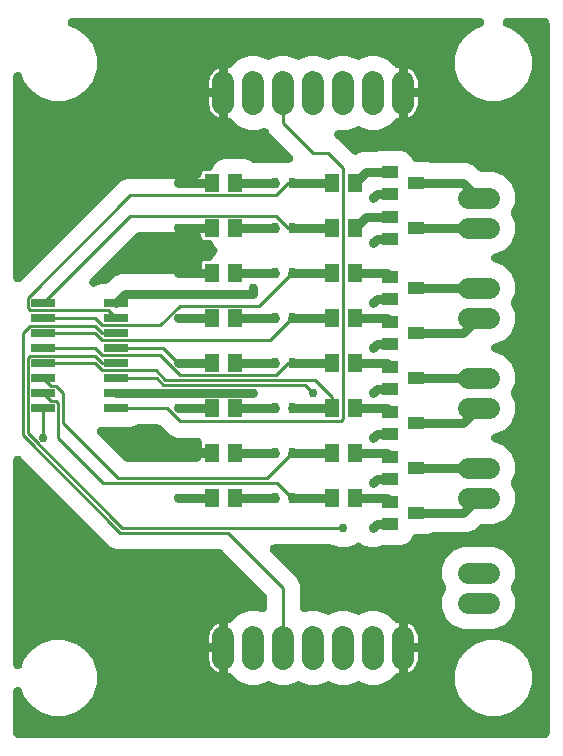
<source format=gbr>
G04 EAGLE Gerber RS-274X export*
G75*
%MOMM*%
%FSLAX34Y34*%
%LPD*%
%INTop Copper*%
%IPPOS*%
%AMOC8*
5,1,8,0,0,1.08239X$1,22.5*%
G01*
%ADD10R,2.032000X0.660400*%
%ADD11C,1.879600*%
%ADD12R,1.400000X1.000000*%
%ADD13R,1.300000X1.500000*%
%ADD14C,1.800000*%
%ADD15R,0.611800X0.911800*%
%ADD16C,0.756400*%
%ADD17C,0.762000*%
%ADD18C,0.254000*%

G36*
X653335Y127004D02*
X653335Y127004D01*
X653380Y127002D01*
X653610Y127024D01*
X653840Y127041D01*
X653884Y127050D01*
X653929Y127055D01*
X654153Y127110D01*
X654379Y127160D01*
X654421Y127176D01*
X654465Y127186D01*
X654679Y127273D01*
X654895Y127355D01*
X654934Y127377D01*
X654976Y127394D01*
X655175Y127511D01*
X655377Y127623D01*
X655413Y127651D01*
X655452Y127674D01*
X655632Y127818D01*
X655815Y127958D01*
X655847Y127990D01*
X655882Y128019D01*
X656040Y128189D01*
X656201Y128353D01*
X656227Y128389D01*
X656258Y128422D01*
X656390Y128613D01*
X656525Y128799D01*
X656546Y128839D01*
X656572Y128876D01*
X656675Y129084D01*
X656782Y129287D01*
X656797Y129330D01*
X656817Y129370D01*
X656888Y129590D01*
X656965Y129808D01*
X656974Y129852D01*
X656988Y129895D01*
X657027Y130123D01*
X657071Y130349D01*
X657073Y130394D01*
X657081Y130439D01*
X657099Y130810D01*
X657099Y732690D01*
X657097Y732727D01*
X657098Y732762D01*
X657098Y732768D01*
X657098Y732780D01*
X657076Y733010D01*
X657059Y733240D01*
X657050Y733284D01*
X657045Y733329D01*
X656990Y733553D01*
X656940Y733779D01*
X656924Y733821D01*
X656914Y733865D01*
X656827Y734079D01*
X656745Y734295D01*
X656723Y734334D01*
X656706Y734376D01*
X656589Y734575D01*
X656477Y734777D01*
X656449Y734813D01*
X656426Y734852D01*
X656282Y735032D01*
X656142Y735215D01*
X656110Y735247D01*
X656081Y735282D01*
X655911Y735440D01*
X655747Y735601D01*
X655711Y735627D01*
X655678Y735658D01*
X655487Y735790D01*
X655301Y735925D01*
X655261Y735946D01*
X655224Y735972D01*
X655016Y736075D01*
X654813Y736182D01*
X654770Y736197D01*
X654730Y736217D01*
X654510Y736288D01*
X654292Y736365D01*
X654248Y736374D01*
X654205Y736388D01*
X653977Y736427D01*
X653751Y736471D01*
X653706Y736473D01*
X653661Y736481D01*
X653290Y736499D01*
X621092Y736499D01*
X620863Y736483D01*
X620634Y736472D01*
X620588Y736463D01*
X620542Y736459D01*
X620317Y736410D01*
X620092Y736366D01*
X620049Y736350D01*
X620003Y736340D01*
X619788Y736259D01*
X619572Y736183D01*
X619531Y736161D01*
X619488Y736145D01*
X619287Y736033D01*
X619083Y735926D01*
X619046Y735899D01*
X619005Y735877D01*
X618822Y735737D01*
X618637Y735602D01*
X618604Y735570D01*
X618567Y735542D01*
X618407Y735378D01*
X618242Y735217D01*
X618214Y735180D01*
X618182Y735147D01*
X618047Y734962D01*
X617907Y734779D01*
X617884Y734738D01*
X617857Y734701D01*
X617750Y734498D01*
X617639Y734297D01*
X617622Y734253D01*
X617601Y734213D01*
X617524Y733996D01*
X617443Y733781D01*
X617433Y733736D01*
X617417Y733692D01*
X617373Y733467D01*
X617323Y733242D01*
X617320Y733196D01*
X617311Y733151D01*
X617300Y732922D01*
X617283Y732692D01*
X617286Y732646D01*
X617284Y732600D01*
X617306Y732371D01*
X617323Y732142D01*
X617333Y732097D01*
X617337Y732051D01*
X617392Y731828D01*
X617441Y731603D01*
X617458Y731560D01*
X617469Y731515D01*
X617555Y731302D01*
X617637Y731087D01*
X617659Y731047D01*
X617676Y731004D01*
X617793Y730805D01*
X617904Y730605D01*
X617932Y730568D01*
X617956Y730528D01*
X618100Y730349D01*
X618239Y730166D01*
X618272Y730134D01*
X618301Y730098D01*
X618470Y729941D01*
X618633Y729781D01*
X618671Y729754D01*
X618705Y729722D01*
X618894Y729591D01*
X619079Y729456D01*
X619120Y729434D01*
X619158Y729408D01*
X619364Y729306D01*
X619568Y729199D01*
X619621Y729179D01*
X619653Y729163D01*
X619720Y729141D01*
X619915Y729067D01*
X624428Y727601D01*
X632695Y721595D01*
X638701Y713328D01*
X641859Y703609D01*
X641859Y693391D01*
X638701Y683672D01*
X632695Y675405D01*
X624428Y669399D01*
X614709Y666241D01*
X604491Y666241D01*
X594772Y669399D01*
X586505Y675405D01*
X580499Y683672D01*
X577341Y693391D01*
X577341Y703609D01*
X580499Y713328D01*
X586505Y721595D01*
X594772Y727601D01*
X599285Y729067D01*
X599498Y729154D01*
X599712Y729235D01*
X599753Y729258D01*
X599796Y729275D01*
X599994Y729392D01*
X600195Y729503D01*
X600232Y729531D01*
X600271Y729555D01*
X600450Y729699D01*
X600633Y729838D01*
X600665Y729871D01*
X600701Y729900D01*
X600858Y730069D01*
X601018Y730233D01*
X601046Y730270D01*
X601077Y730304D01*
X601208Y730494D01*
X601343Y730679D01*
X601364Y730720D01*
X601391Y730758D01*
X601493Y730964D01*
X601599Y731167D01*
X601615Y731211D01*
X601635Y731253D01*
X601706Y731471D01*
X601783Y731688D01*
X601792Y731733D01*
X601806Y731777D01*
X601845Y732004D01*
X601889Y732229D01*
X601891Y732275D01*
X601899Y732321D01*
X601905Y732551D01*
X601916Y732780D01*
X601911Y732826D01*
X601913Y732872D01*
X601885Y733101D01*
X601863Y733329D01*
X601852Y733374D01*
X601846Y733420D01*
X601786Y733642D01*
X601731Y733865D01*
X601714Y733908D01*
X601702Y733953D01*
X601610Y734163D01*
X601524Y734376D01*
X601500Y734416D01*
X601482Y734458D01*
X601361Y734654D01*
X601244Y734852D01*
X601215Y734888D01*
X601191Y734927D01*
X601043Y735103D01*
X600899Y735282D01*
X600865Y735314D01*
X600835Y735349D01*
X600664Y735501D01*
X600495Y735658D01*
X600457Y735684D01*
X600423Y735715D01*
X600231Y735841D01*
X600042Y735972D01*
X600000Y735993D01*
X599961Y736018D01*
X599754Y736115D01*
X599547Y736217D01*
X599503Y736231D01*
X599461Y736251D01*
X599241Y736317D01*
X599023Y736388D01*
X598977Y736396D01*
X598933Y736409D01*
X598706Y736442D01*
X598479Y736481D01*
X598421Y736484D01*
X598387Y736489D01*
X598316Y736489D01*
X598108Y736499D01*
X252792Y736499D01*
X252563Y736483D01*
X252334Y736472D01*
X252288Y736463D01*
X252242Y736459D01*
X252017Y736410D01*
X251792Y736366D01*
X251749Y736350D01*
X251703Y736340D01*
X251488Y736259D01*
X251272Y736183D01*
X251231Y736161D01*
X251188Y736145D01*
X250987Y736033D01*
X250783Y735926D01*
X250746Y735899D01*
X250705Y735877D01*
X250522Y735737D01*
X250337Y735602D01*
X250304Y735570D01*
X250267Y735542D01*
X250107Y735378D01*
X249942Y735217D01*
X249914Y735180D01*
X249882Y735147D01*
X249747Y734962D01*
X249607Y734779D01*
X249584Y734738D01*
X249557Y734701D01*
X249450Y734498D01*
X249339Y734297D01*
X249322Y734253D01*
X249301Y734213D01*
X249224Y733996D01*
X249143Y733781D01*
X249133Y733736D01*
X249117Y733692D01*
X249073Y733467D01*
X249023Y733242D01*
X249020Y733196D01*
X249011Y733151D01*
X249000Y732922D01*
X248983Y732692D01*
X248986Y732646D01*
X248984Y732600D01*
X249006Y732371D01*
X249023Y732142D01*
X249033Y732097D01*
X249037Y732051D01*
X249092Y731828D01*
X249141Y731603D01*
X249158Y731560D01*
X249169Y731515D01*
X249255Y731302D01*
X249337Y731087D01*
X249359Y731047D01*
X249376Y731004D01*
X249493Y730805D01*
X249604Y730605D01*
X249632Y730568D01*
X249656Y730528D01*
X249800Y730349D01*
X249939Y730166D01*
X249972Y730134D01*
X250001Y730098D01*
X250169Y729941D01*
X250333Y729781D01*
X250371Y729753D01*
X250405Y729722D01*
X250594Y729591D01*
X250779Y729456D01*
X250820Y729434D01*
X250858Y729408D01*
X251065Y729306D01*
X251268Y729199D01*
X251321Y729179D01*
X251353Y729163D01*
X251420Y729141D01*
X251615Y729067D01*
X256128Y727601D01*
X264395Y721595D01*
X270401Y713328D01*
X273559Y703609D01*
X273559Y693391D01*
X270401Y683672D01*
X264395Y675405D01*
X256128Y669399D01*
X246409Y666241D01*
X236191Y666241D01*
X226472Y669399D01*
X218205Y675405D01*
X212199Y683672D01*
X210633Y688493D01*
X210546Y688705D01*
X210465Y688920D01*
X210442Y688961D01*
X210425Y689004D01*
X210309Y689201D01*
X210197Y689402D01*
X210169Y689439D01*
X210145Y689479D01*
X210001Y689658D01*
X209862Y689841D01*
X209829Y689873D01*
X209800Y689909D01*
X209631Y690066D01*
X209467Y690226D01*
X209430Y690253D01*
X209396Y690285D01*
X209206Y690416D01*
X209021Y690551D01*
X208980Y690572D01*
X208942Y690598D01*
X208736Y690700D01*
X208533Y690807D01*
X208489Y690823D01*
X208447Y690843D01*
X208229Y690914D01*
X208012Y690990D01*
X207967Y690999D01*
X207923Y691014D01*
X207696Y691053D01*
X207471Y691097D01*
X207425Y691099D01*
X207379Y691107D01*
X207149Y691112D01*
X206920Y691124D01*
X206874Y691119D01*
X206828Y691120D01*
X206599Y691093D01*
X206371Y691071D01*
X206326Y691060D01*
X206280Y691054D01*
X206058Y690994D01*
X205835Y690939D01*
X205792Y690922D01*
X205747Y690909D01*
X205537Y690818D01*
X205324Y690731D01*
X205284Y690708D01*
X205242Y690689D01*
X205046Y690568D01*
X204848Y690452D01*
X204812Y690423D01*
X204773Y690399D01*
X204597Y690250D01*
X204418Y690107D01*
X204386Y690073D01*
X204351Y690043D01*
X204198Y689871D01*
X204042Y689703D01*
X204016Y689665D01*
X203985Y689630D01*
X203859Y689438D01*
X203728Y689249D01*
X203708Y689208D01*
X203682Y689169D01*
X203585Y688961D01*
X203483Y688755D01*
X203469Y688711D01*
X203449Y688669D01*
X203383Y688449D01*
X203312Y688230D01*
X203304Y688185D01*
X203291Y688141D01*
X203258Y687914D01*
X203219Y687687D01*
X203216Y687629D01*
X203211Y687595D01*
X203211Y687524D01*
X203201Y687315D01*
X203201Y516522D01*
X203212Y516362D01*
X203214Y516201D01*
X203232Y516087D01*
X203241Y515972D01*
X203275Y515815D01*
X203300Y515656D01*
X203335Y515546D01*
X203360Y515433D01*
X203417Y515283D01*
X203464Y515130D01*
X203514Y515025D01*
X203555Y514917D01*
X203633Y514777D01*
X203703Y514632D01*
X203767Y514536D01*
X203823Y514435D01*
X203921Y514307D01*
X204010Y514174D01*
X204088Y514088D01*
X204158Y513997D01*
X204273Y513885D01*
X204381Y513765D01*
X204470Y513692D01*
X204553Y513611D01*
X204682Y513517D01*
X204807Y513415D01*
X204906Y513355D01*
X204999Y513287D01*
X205141Y513212D01*
X205279Y513129D01*
X205385Y513084D01*
X205487Y513030D01*
X205639Y512977D01*
X205787Y512914D01*
X205899Y512885D01*
X206008Y512847D01*
X206165Y512816D01*
X206321Y512776D01*
X206436Y512763D01*
X206549Y512741D01*
X206709Y512733D01*
X206869Y512715D01*
X206985Y512719D01*
X207100Y512714D01*
X207260Y512729D01*
X207420Y512735D01*
X207534Y512756D01*
X207649Y512767D01*
X207805Y512805D01*
X207963Y512834D01*
X208073Y512871D01*
X208185Y512898D01*
X208334Y512959D01*
X208486Y513010D01*
X208589Y513063D01*
X208696Y513106D01*
X208835Y513188D01*
X208978Y513260D01*
X209072Y513327D01*
X209172Y513386D01*
X209297Y513486D01*
X209428Y513579D01*
X209547Y513686D01*
X209602Y513731D01*
X209637Y513768D01*
X209704Y513828D01*
X289859Y593984D01*
X294325Y598450D01*
X299460Y600577D01*
X358650Y600577D01*
X358695Y600580D01*
X358740Y600578D01*
X358970Y600600D01*
X359200Y600617D01*
X359244Y600626D01*
X359289Y600631D01*
X359513Y600686D01*
X359739Y600736D01*
X359781Y600752D01*
X359825Y600762D01*
X360039Y600849D01*
X360255Y600931D01*
X360294Y600953D01*
X360336Y600970D01*
X360535Y601087D01*
X360737Y601199D01*
X360773Y601227D01*
X360812Y601250D01*
X360992Y601394D01*
X361175Y601534D01*
X361207Y601566D01*
X361242Y601595D01*
X361400Y601765D01*
X361561Y601929D01*
X361587Y601965D01*
X361618Y601998D01*
X361750Y602189D01*
X361885Y602375D01*
X361906Y602415D01*
X361932Y602452D01*
X362035Y602660D01*
X362142Y602863D01*
X362157Y602906D01*
X362177Y602946D01*
X362248Y603166D01*
X362325Y603384D01*
X362334Y603428D01*
X362348Y603471D01*
X362387Y603699D01*
X362431Y603925D01*
X362433Y603970D01*
X362441Y604015D01*
X362459Y604386D01*
X362459Y604650D01*
X362557Y605141D01*
X362748Y605604D01*
X363027Y606020D01*
X363380Y606373D01*
X363796Y606652D01*
X364259Y606843D01*
X364750Y606941D01*
X368760Y606941D01*
X368885Y606950D01*
X369011Y606949D01*
X369160Y606970D01*
X369310Y606981D01*
X369433Y607008D01*
X369557Y607025D01*
X369701Y607067D01*
X369849Y607100D01*
X369966Y607144D01*
X370087Y607179D01*
X370224Y607242D01*
X370365Y607295D01*
X370474Y607356D01*
X370588Y607408D01*
X370715Y607490D01*
X370847Y607563D01*
X370947Y607640D01*
X371052Y607707D01*
X371165Y607806D01*
X371285Y607898D01*
X371373Y607988D01*
X371467Y608070D01*
X371565Y608185D01*
X371671Y608293D01*
X371744Y608394D01*
X371826Y608490D01*
X371907Y608617D01*
X371995Y608739D01*
X372053Y608850D01*
X372120Y608956D01*
X372221Y609169D01*
X372252Y609227D01*
X372257Y609244D01*
X372262Y609253D01*
X372267Y609266D01*
X372279Y609292D01*
X373233Y611594D01*
X376806Y615167D01*
X381474Y617101D01*
X399526Y617101D01*
X404194Y615167D01*
X404835Y614526D01*
X404990Y614393D01*
X405141Y614252D01*
X405199Y614212D01*
X405252Y614166D01*
X405426Y614055D01*
X405595Y613938D01*
X405658Y613907D01*
X405717Y613869D01*
X405905Y613785D01*
X406089Y613693D01*
X406156Y613671D01*
X406221Y613642D01*
X406418Y613586D01*
X406614Y613522D01*
X406683Y613510D01*
X406751Y613491D01*
X406955Y613464D01*
X407157Y613429D01*
X407248Y613424D01*
X407298Y613418D01*
X407368Y613419D01*
X407529Y613411D01*
X416149Y613411D01*
X416159Y613411D01*
X416168Y613411D01*
X416432Y613431D01*
X416699Y613451D01*
X416709Y613453D01*
X416718Y613454D01*
X416977Y613512D01*
X417238Y613570D01*
X417247Y613573D01*
X417257Y613575D01*
X417606Y613701D01*
X418715Y614160D01*
X429885Y614160D01*
X430342Y613970D01*
X430537Y613906D01*
X430730Y613834D01*
X430799Y613819D01*
X430866Y613797D01*
X431068Y613761D01*
X431269Y613718D01*
X431340Y613713D01*
X431409Y613701D01*
X431615Y613694D01*
X431820Y613681D01*
X431890Y613686D01*
X431960Y613684D01*
X432165Y613707D01*
X432370Y613723D01*
X432439Y613739D01*
X432508Y613747D01*
X432707Y613800D01*
X432908Y613845D01*
X432993Y613876D01*
X433042Y613889D01*
X433106Y613916D01*
X433258Y613970D01*
X433715Y614160D01*
X436386Y614160D01*
X436547Y614171D01*
X436707Y614173D01*
X436821Y614191D01*
X436937Y614200D01*
X437093Y614234D01*
X437252Y614259D01*
X437362Y614294D01*
X437475Y614319D01*
X437626Y614376D01*
X437779Y614423D01*
X437883Y614473D01*
X437991Y614514D01*
X438131Y614592D01*
X438276Y614662D01*
X438372Y614726D01*
X438473Y614782D01*
X438601Y614880D01*
X438734Y614969D01*
X438820Y615047D01*
X438912Y615117D01*
X439024Y615232D01*
X439143Y615340D01*
X439217Y615429D01*
X439297Y615512D01*
X439391Y615641D01*
X439494Y615766D01*
X439554Y615865D01*
X439622Y615958D01*
X439696Y616100D01*
X439779Y616238D01*
X439824Y616344D01*
X439878Y616446D01*
X439931Y616598D01*
X439994Y616746D01*
X440023Y616858D01*
X440061Y616967D01*
X440092Y617124D01*
X440133Y617280D01*
X440145Y617395D01*
X440168Y617508D01*
X440175Y617668D01*
X440193Y617828D01*
X440189Y617944D01*
X440195Y618059D01*
X440179Y618219D01*
X440173Y618379D01*
X440153Y618493D01*
X440142Y618608D01*
X440103Y618764D01*
X440074Y618922D01*
X440037Y619032D01*
X440010Y619144D01*
X439949Y619293D01*
X439898Y619445D01*
X439846Y619548D01*
X439802Y619655D01*
X439721Y619794D01*
X439648Y619937D01*
X439581Y620031D01*
X439523Y620131D01*
X439422Y620256D01*
X439330Y620387D01*
X439222Y620506D01*
X439178Y620561D01*
X439140Y620596D01*
X439080Y620663D01*
X419956Y639786D01*
X419494Y640903D01*
X419461Y640968D01*
X419436Y641035D01*
X419338Y641214D01*
X419246Y641396D01*
X419205Y641455D01*
X419170Y641518D01*
X419047Y641681D01*
X418930Y641848D01*
X418881Y641901D01*
X418837Y641958D01*
X418692Y642102D01*
X418552Y642250D01*
X418496Y642295D01*
X418444Y642345D01*
X418279Y642467D01*
X418120Y642593D01*
X418058Y642629D01*
X418000Y642672D01*
X417819Y642768D01*
X417643Y642870D01*
X417576Y642897D01*
X417512Y642930D01*
X417320Y642999D01*
X417130Y643075D01*
X417061Y643092D01*
X416993Y643116D01*
X416792Y643156D01*
X416594Y643204D01*
X416523Y643211D01*
X416452Y643225D01*
X416248Y643236D01*
X416045Y643254D01*
X415973Y643250D01*
X415901Y643254D01*
X415698Y643235D01*
X415494Y643224D01*
X415423Y643210D01*
X415352Y643204D01*
X414988Y643125D01*
X409309Y641603D01*
X403491Y641603D01*
X397870Y643109D01*
X392831Y646019D01*
X388717Y650133D01*
X388546Y650428D01*
X388435Y650592D01*
X388330Y650761D01*
X388280Y650820D01*
X388237Y650885D01*
X388103Y651031D01*
X387975Y651183D01*
X387917Y651234D01*
X387864Y651292D01*
X387711Y651417D01*
X387562Y651549D01*
X387497Y651592D01*
X387437Y651641D01*
X387267Y651743D01*
X387101Y651851D01*
X387030Y651884D01*
X386964Y651924D01*
X386781Y652000D01*
X386601Y652084D01*
X386526Y652107D01*
X386455Y652137D01*
X386263Y652186D01*
X386072Y652242D01*
X385995Y652254D01*
X385920Y652273D01*
X385723Y652294D01*
X385526Y652323D01*
X385449Y652323D01*
X385371Y652331D01*
X385173Y652323D01*
X384975Y652323D01*
X384898Y652312D01*
X384820Y652309D01*
X384809Y652307D01*
X384809Y658395D01*
X384790Y658666D01*
X384771Y658932D01*
X384770Y658940D01*
X384769Y658945D01*
X384765Y658967D01*
X384701Y659297D01*
X384701Y659299D01*
X384671Y659390D01*
X384650Y659484D01*
X384650Y659485D01*
X384586Y659653D01*
X384531Y659824D01*
X384489Y659910D01*
X384455Y660001D01*
X384367Y660158D01*
X384288Y660319D01*
X384234Y660398D01*
X384187Y660483D01*
X384077Y660626D01*
X383976Y660774D01*
X383910Y660845D01*
X383852Y660921D01*
X383723Y661047D01*
X383601Y661179D01*
X383526Y661239D01*
X383457Y661307D01*
X383312Y661412D01*
X383172Y661525D01*
X383089Y661575D01*
X383011Y661631D01*
X382852Y661715D01*
X382697Y661806D01*
X382608Y661843D01*
X382522Y661888D01*
X382353Y661947D01*
X382187Y662016D01*
X382093Y662039D01*
X382002Y662071D01*
X381826Y662106D01*
X381652Y662149D01*
X381555Y662159D01*
X381461Y662177D01*
X381282Y662186D01*
X381103Y662204D01*
X381006Y662200D01*
X380910Y662204D01*
X380731Y662187D01*
X380552Y662179D01*
X380457Y662161D01*
X380361Y662151D01*
X380186Y662108D01*
X380010Y662074D01*
X379919Y662043D01*
X379825Y662020D01*
X379659Y661952D01*
X379489Y661893D01*
X379403Y661848D01*
X379314Y661812D01*
X379159Y661721D01*
X379000Y661638D01*
X378921Y661581D01*
X378838Y661533D01*
X378698Y661420D01*
X378552Y661315D01*
X378483Y661248D01*
X378408Y661187D01*
X378285Y661056D01*
X378156Y660931D01*
X378098Y660855D01*
X378032Y660784D01*
X377930Y660636D01*
X377820Y660494D01*
X377773Y660409D01*
X377718Y660330D01*
X377638Y660169D01*
X377550Y660012D01*
X377516Y659922D01*
X377473Y659836D01*
X377417Y659665D01*
X377353Y659497D01*
X377332Y659403D01*
X377302Y659311D01*
X377272Y659134D01*
X377232Y658959D01*
X377225Y658863D01*
X377209Y658767D01*
X377192Y658431D01*
X377191Y658409D01*
X377191Y658404D01*
X377191Y658396D01*
X377191Y652387D01*
X376417Y652638D01*
X374743Y653491D01*
X373222Y654596D01*
X371894Y655924D01*
X370789Y657445D01*
X369936Y659119D01*
X369355Y660906D01*
X369061Y662762D01*
X369061Y669291D01*
X380492Y669291D01*
X380537Y669294D01*
X380582Y669292D01*
X380812Y669314D01*
X381042Y669331D01*
X381086Y669340D01*
X381131Y669345D01*
X381355Y669400D01*
X381581Y669450D01*
X381623Y669466D01*
X381667Y669476D01*
X381881Y669563D01*
X382097Y669645D01*
X382136Y669667D01*
X382178Y669684D01*
X382377Y669801D01*
X382579Y669913D01*
X382615Y669941D01*
X382654Y669963D01*
X382834Y670108D01*
X383017Y670248D01*
X383049Y670280D01*
X383084Y670309D01*
X383242Y670478D01*
X383403Y670643D01*
X383429Y670679D01*
X383460Y670712D01*
X383592Y670903D01*
X383727Y671089D01*
X383748Y671129D01*
X383774Y671166D01*
X383877Y671374D01*
X383984Y671577D01*
X383999Y671620D01*
X384019Y671660D01*
X384090Y671880D01*
X384167Y672098D01*
X384176Y672142D01*
X384190Y672185D01*
X384229Y672413D01*
X384273Y672639D01*
X384275Y672684D01*
X384283Y672729D01*
X384301Y673100D01*
X384298Y673145D01*
X384300Y673190D01*
X384278Y673420D01*
X384261Y673650D01*
X384252Y673695D01*
X384247Y673739D01*
X384192Y673963D01*
X384142Y674189D01*
X384126Y674231D01*
X384116Y674275D01*
X384029Y674489D01*
X383947Y674705D01*
X383925Y674744D01*
X383908Y674786D01*
X383791Y674985D01*
X383679Y675187D01*
X383651Y675223D01*
X383628Y675262D01*
X383484Y675442D01*
X383344Y675625D01*
X383312Y675657D01*
X383283Y675692D01*
X383113Y675850D01*
X382949Y676011D01*
X382913Y676037D01*
X382880Y676068D01*
X382689Y676200D01*
X382503Y676335D01*
X382463Y676356D01*
X382426Y676382D01*
X382218Y676485D01*
X382015Y676592D01*
X381972Y676607D01*
X381932Y676627D01*
X381712Y676699D01*
X381494Y676775D01*
X381450Y676784D01*
X381407Y676798D01*
X381179Y676837D01*
X380953Y676881D01*
X380908Y676884D01*
X380863Y676891D01*
X380492Y676909D01*
X369061Y676909D01*
X369061Y683438D01*
X369355Y685294D01*
X369936Y687081D01*
X370789Y688755D01*
X371894Y690276D01*
X373222Y691604D01*
X374743Y692709D01*
X376417Y693562D01*
X377191Y693813D01*
X377191Y687804D01*
X377198Y687708D01*
X377195Y687611D01*
X377218Y687433D01*
X377231Y687254D01*
X377251Y687159D01*
X377263Y687063D01*
X377311Y686890D01*
X377350Y686715D01*
X377384Y686625D01*
X377409Y686532D01*
X377481Y686367D01*
X377545Y686199D01*
X377592Y686115D01*
X377631Y686026D01*
X377726Y685874D01*
X377813Y685717D01*
X377872Y685640D01*
X377923Y685558D01*
X378039Y685421D01*
X378148Y685279D01*
X378217Y685211D01*
X378280Y685137D01*
X378414Y685019D01*
X378543Y684893D01*
X378621Y684836D01*
X378693Y684772D01*
X378844Y684674D01*
X378989Y684569D01*
X379074Y684524D01*
X379155Y684471D01*
X379318Y684396D01*
X379477Y684312D01*
X379568Y684280D01*
X379656Y684240D01*
X379828Y684188D01*
X379998Y684129D01*
X380092Y684110D01*
X380185Y684083D01*
X380363Y684057D01*
X380539Y684023D01*
X380635Y684018D01*
X380731Y684004D01*
X380911Y684005D01*
X381090Y683996D01*
X381186Y684005D01*
X381283Y684005D01*
X381460Y684031D01*
X381639Y684049D01*
X381733Y684072D01*
X381828Y684086D01*
X382001Y684138D01*
X382175Y684180D01*
X382264Y684217D01*
X382357Y684245D01*
X382519Y684320D01*
X382686Y684388D01*
X382769Y684437D01*
X382857Y684478D01*
X383007Y684577D01*
X383162Y684667D01*
X383237Y684728D01*
X383318Y684781D01*
X383452Y684900D01*
X383592Y685013D01*
X383658Y685083D01*
X383730Y685147D01*
X383845Y685285D01*
X383968Y685416D01*
X384023Y685496D01*
X384085Y685570D01*
X384179Y685722D01*
X384282Y685870D01*
X384325Y685957D01*
X384375Y686039D01*
X384447Y686203D01*
X384527Y686364D01*
X384557Y686456D01*
X384595Y686545D01*
X384691Y686868D01*
X384698Y686889D01*
X384698Y686890D01*
X384699Y686895D01*
X384701Y686901D01*
X384701Y686903D01*
X384745Y687166D01*
X384791Y687434D01*
X384792Y687442D01*
X384792Y687447D01*
X384793Y687469D01*
X384809Y687805D01*
X384809Y693902D01*
X385000Y693875D01*
X385077Y693876D01*
X385155Y693868D01*
X385353Y693878D01*
X385551Y693879D01*
X385628Y693891D01*
X385706Y693895D01*
X385901Y693933D01*
X386097Y693963D01*
X386171Y693986D01*
X386247Y694001D01*
X386435Y694067D01*
X386624Y694125D01*
X386694Y694158D01*
X386768Y694184D01*
X386943Y694276D01*
X387123Y694361D01*
X387187Y694404D01*
X387256Y694440D01*
X387417Y694557D01*
X387582Y694666D01*
X387640Y694718D01*
X387703Y694764D01*
X387845Y694903D01*
X387992Y695035D01*
X388042Y695095D01*
X388098Y695149D01*
X388218Y695307D01*
X388345Y695459D01*
X388399Y695544D01*
X388433Y695587D01*
X388466Y695648D01*
X388546Y695772D01*
X388717Y696067D01*
X392831Y700181D01*
X397870Y703091D01*
X403491Y704597D01*
X409309Y704597D01*
X414930Y703091D01*
X417195Y701783D01*
X417332Y701716D01*
X417465Y701641D01*
X417580Y701596D01*
X417692Y701542D01*
X417837Y701496D01*
X417979Y701441D01*
X418100Y701413D01*
X418218Y701376D01*
X418368Y701351D01*
X418516Y701317D01*
X418640Y701307D01*
X418762Y701287D01*
X418915Y701285D01*
X419066Y701273D01*
X419190Y701280D01*
X419314Y701278D01*
X419465Y701298D01*
X419617Y701308D01*
X419738Y701333D01*
X419861Y701349D01*
X420008Y701390D01*
X420156Y701422D01*
X420273Y701465D01*
X420392Y701498D01*
X420531Y701560D01*
X420674Y701613D01*
X420831Y701693D01*
X420896Y701722D01*
X420935Y701747D01*
X421005Y701783D01*
X423270Y703091D01*
X428891Y704597D01*
X434709Y704597D01*
X440330Y703091D01*
X442595Y701783D01*
X442732Y701716D01*
X442865Y701641D01*
X442980Y701596D01*
X443092Y701542D01*
X443237Y701496D01*
X443379Y701441D01*
X443500Y701413D01*
X443618Y701376D01*
X443768Y701351D01*
X443916Y701317D01*
X444040Y701307D01*
X444162Y701287D01*
X444315Y701285D01*
X444466Y701273D01*
X444590Y701280D01*
X444714Y701278D01*
X444865Y701298D01*
X445017Y701308D01*
X445138Y701333D01*
X445261Y701349D01*
X445408Y701390D01*
X445556Y701422D01*
X445673Y701465D01*
X445792Y701498D01*
X445931Y701560D01*
X446074Y701613D01*
X446231Y701693D01*
X446296Y701722D01*
X446335Y701747D01*
X446405Y701783D01*
X448670Y703091D01*
X454291Y704597D01*
X460109Y704597D01*
X465730Y703091D01*
X467995Y701783D01*
X468132Y701716D01*
X468265Y701641D01*
X468380Y701596D01*
X468492Y701542D01*
X468637Y701496D01*
X468779Y701441D01*
X468900Y701413D01*
X469018Y701376D01*
X469168Y701351D01*
X469316Y701317D01*
X469440Y701307D01*
X469562Y701287D01*
X469715Y701285D01*
X469866Y701273D01*
X469990Y701280D01*
X470114Y701278D01*
X470265Y701298D01*
X470417Y701308D01*
X470538Y701333D01*
X470661Y701349D01*
X470808Y701390D01*
X470956Y701422D01*
X471073Y701465D01*
X471192Y701498D01*
X471331Y701560D01*
X471474Y701613D01*
X471631Y701693D01*
X471696Y701722D01*
X471735Y701747D01*
X471805Y701783D01*
X474070Y703091D01*
X479691Y704597D01*
X485509Y704597D01*
X491130Y703091D01*
X493395Y701783D01*
X493532Y701716D01*
X493665Y701641D01*
X493780Y701596D01*
X493892Y701542D01*
X494037Y701496D01*
X494179Y701441D01*
X494300Y701413D01*
X494418Y701376D01*
X494568Y701351D01*
X494716Y701317D01*
X494840Y701307D01*
X494962Y701287D01*
X495115Y701285D01*
X495266Y701273D01*
X495390Y701280D01*
X495514Y701278D01*
X495665Y701298D01*
X495817Y701308D01*
X495938Y701333D01*
X496061Y701349D01*
X496208Y701390D01*
X496356Y701422D01*
X496473Y701465D01*
X496592Y701498D01*
X496731Y701560D01*
X496874Y701613D01*
X497031Y701693D01*
X497096Y701722D01*
X497135Y701747D01*
X497205Y701783D01*
X499470Y703091D01*
X505091Y704597D01*
X510909Y704597D01*
X516530Y703091D01*
X521569Y700181D01*
X525683Y696067D01*
X525854Y695772D01*
X525965Y695608D01*
X526070Y695439D01*
X526120Y695380D01*
X526163Y695315D01*
X526297Y695169D01*
X526425Y695017D01*
X526483Y694966D01*
X526536Y694908D01*
X526689Y694783D01*
X526838Y694651D01*
X526903Y694608D01*
X526963Y694559D01*
X527133Y694457D01*
X527299Y694349D01*
X527370Y694316D01*
X527436Y694276D01*
X527619Y694200D01*
X527799Y694116D01*
X527874Y694093D01*
X527945Y694063D01*
X528137Y694014D01*
X528328Y693958D01*
X528405Y693946D01*
X528480Y693927D01*
X528677Y693906D01*
X528874Y693877D01*
X528951Y693877D01*
X529029Y693869D01*
X529227Y693877D01*
X529425Y693877D01*
X529502Y693888D01*
X529580Y693891D01*
X529591Y693893D01*
X529591Y687805D01*
X529591Y687801D01*
X529591Y687796D01*
X529611Y687519D01*
X529631Y687255D01*
X529632Y687251D01*
X529632Y687246D01*
X529704Y686881D01*
X529705Y686880D01*
X529731Y686799D01*
X529750Y686716D01*
X529750Y686715D01*
X529817Y686537D01*
X529877Y686356D01*
X529915Y686279D01*
X529945Y686199D01*
X530038Y686033D01*
X530123Y685862D01*
X530172Y685792D01*
X530213Y685717D01*
X530329Y685566D01*
X530438Y685409D01*
X530496Y685347D01*
X530548Y685279D01*
X530685Y685146D01*
X530815Y685007D01*
X530882Y684953D01*
X530943Y684893D01*
X531097Y684781D01*
X531246Y684662D01*
X531320Y684619D01*
X531389Y684569D01*
X531557Y684481D01*
X531722Y684384D01*
X531802Y684352D01*
X531878Y684312D01*
X532057Y684249D01*
X532234Y684178D01*
X532317Y684158D01*
X532398Y684129D01*
X532585Y684092D01*
X532770Y684047D01*
X532855Y684039D01*
X532939Y684023D01*
X533130Y684013D01*
X533319Y683996D01*
X533405Y684000D01*
X533490Y683996D01*
X533680Y684014D01*
X533870Y684024D01*
X533954Y684041D01*
X534039Y684049D01*
X534224Y684094D01*
X534411Y684131D01*
X534492Y684160D01*
X534575Y684181D01*
X534752Y684252D01*
X534931Y684316D01*
X535007Y684356D01*
X535086Y684388D01*
X535251Y684485D01*
X535419Y684574D01*
X535488Y684624D01*
X535562Y684668D01*
X535711Y684787D01*
X535864Y684899D01*
X535925Y684959D01*
X535992Y685013D01*
X536122Y685152D01*
X536258Y685286D01*
X536310Y685354D01*
X536368Y685416D01*
X536477Y685573D01*
X536592Y685725D01*
X536633Y685800D01*
X536682Y685870D01*
X536767Y686041D01*
X536859Y686208D01*
X536889Y686288D01*
X536927Y686365D01*
X536986Y686546D01*
X537053Y686724D01*
X537071Y686808D01*
X537098Y686889D01*
X537130Y687077D01*
X537171Y687263D01*
X537177Y687348D01*
X537191Y687433D01*
X537209Y687804D01*
X537209Y693813D01*
X537983Y693562D01*
X539657Y692709D01*
X541178Y691604D01*
X542506Y690276D01*
X543611Y688755D01*
X544464Y687081D01*
X545045Y685294D01*
X545339Y683438D01*
X545339Y676909D01*
X533908Y676909D01*
X533863Y676906D01*
X533818Y676908D01*
X533588Y676886D01*
X533358Y676869D01*
X533314Y676860D01*
X533269Y676855D01*
X533045Y676800D01*
X532819Y676750D01*
X532777Y676734D01*
X532733Y676724D01*
X532519Y676637D01*
X532303Y676555D01*
X532264Y676533D01*
X532222Y676516D01*
X532023Y676399D01*
X531821Y676287D01*
X531785Y676259D01*
X531746Y676237D01*
X531566Y676092D01*
X531383Y675952D01*
X531351Y675920D01*
X531316Y675891D01*
X531158Y675722D01*
X530997Y675557D01*
X530971Y675521D01*
X530940Y675488D01*
X530808Y675297D01*
X530673Y675111D01*
X530652Y675071D01*
X530626Y675034D01*
X530523Y674826D01*
X530416Y674623D01*
X530401Y674580D01*
X530381Y674540D01*
X530310Y674320D01*
X530233Y674102D01*
X530224Y674058D01*
X530210Y674015D01*
X530171Y673787D01*
X530127Y673561D01*
X530125Y673516D01*
X530117Y673471D01*
X530099Y673100D01*
X530102Y673055D01*
X530100Y673010D01*
X530122Y672780D01*
X530139Y672550D01*
X530148Y672505D01*
X530153Y672461D01*
X530208Y672237D01*
X530258Y672011D01*
X530274Y671969D01*
X530284Y671925D01*
X530371Y671711D01*
X530453Y671495D01*
X530475Y671456D01*
X530492Y671414D01*
X530609Y671215D01*
X530721Y671013D01*
X530749Y670977D01*
X530772Y670938D01*
X530916Y670758D01*
X531056Y670574D01*
X531088Y670543D01*
X531117Y670508D01*
X531287Y670350D01*
X531451Y670189D01*
X531487Y670163D01*
X531520Y670132D01*
X531711Y670000D01*
X531897Y669865D01*
X531937Y669844D01*
X531974Y669818D01*
X532182Y669715D01*
X532385Y669608D01*
X532428Y669593D01*
X532468Y669573D01*
X532688Y669501D01*
X532906Y669425D01*
X532950Y669416D01*
X532993Y669402D01*
X533221Y669363D01*
X533447Y669319D01*
X533492Y669316D01*
X533537Y669309D01*
X533908Y669291D01*
X545339Y669291D01*
X545339Y662762D01*
X545045Y660906D01*
X544464Y659119D01*
X543611Y657445D01*
X542506Y655924D01*
X541178Y654596D01*
X539657Y653491D01*
X537983Y652638D01*
X537209Y652387D01*
X537209Y658396D01*
X537203Y658481D01*
X537206Y658567D01*
X537183Y658756D01*
X537169Y658946D01*
X537151Y659030D01*
X537141Y659115D01*
X537092Y659298D01*
X537050Y659485D01*
X537020Y659565D01*
X536998Y659648D01*
X536922Y659823D01*
X536855Y660001D01*
X536813Y660075D01*
X536779Y660154D01*
X536679Y660316D01*
X536587Y660483D01*
X536535Y660551D01*
X536490Y660624D01*
X536368Y660770D01*
X536252Y660921D01*
X536191Y660981D01*
X536136Y661047D01*
X535993Y661174D01*
X535857Y661307D01*
X535788Y661357D01*
X535724Y661414D01*
X535565Y661519D01*
X535411Y661631D01*
X535335Y661671D01*
X535264Y661718D01*
X535091Y661799D01*
X534923Y661888D01*
X534842Y661916D01*
X534764Y661953D01*
X534582Y662008D01*
X534402Y662071D01*
X534318Y662087D01*
X534236Y662112D01*
X534048Y662141D01*
X533861Y662177D01*
X533776Y662181D01*
X533691Y662194D01*
X533500Y662195D01*
X533310Y662204D01*
X533225Y662196D01*
X533139Y662196D01*
X532951Y662169D01*
X532761Y662151D01*
X532678Y662131D01*
X532593Y662119D01*
X532410Y662065D01*
X532225Y662019D01*
X532146Y661987D01*
X532064Y661963D01*
X531891Y661884D01*
X531714Y661812D01*
X531640Y661768D01*
X531562Y661733D01*
X531403Y661629D01*
X531238Y661532D01*
X531171Y661479D01*
X531100Y661432D01*
X530957Y661307D01*
X530808Y661187D01*
X530749Y661124D01*
X530685Y661068D01*
X530562Y660923D01*
X530432Y660784D01*
X530383Y660713D01*
X530328Y660648D01*
X530227Y660487D01*
X530118Y660330D01*
X530080Y660253D01*
X530035Y660180D01*
X529958Y660006D01*
X529873Y659835D01*
X529847Y659754D01*
X529812Y659676D01*
X529705Y659320D01*
X529704Y659319D01*
X529704Y659315D01*
X529702Y659311D01*
X529702Y659310D01*
X529656Y659039D01*
X529610Y658775D01*
X529609Y658771D01*
X529609Y658766D01*
X529591Y658395D01*
X529591Y652298D01*
X529400Y652325D01*
X529323Y652324D01*
X529245Y652332D01*
X529047Y652322D01*
X528849Y652321D01*
X528772Y652309D01*
X528694Y652305D01*
X528499Y652267D01*
X528303Y652237D01*
X528229Y652214D01*
X528153Y652199D01*
X527965Y652133D01*
X527776Y652075D01*
X527706Y652042D01*
X527632Y652016D01*
X527457Y651924D01*
X527277Y651839D01*
X527213Y651796D01*
X527144Y651760D01*
X526983Y651643D01*
X526818Y651534D01*
X526760Y651482D01*
X526697Y651436D01*
X526555Y651297D01*
X526408Y651165D01*
X526358Y651105D01*
X526302Y651051D01*
X526182Y650893D01*
X526055Y650741D01*
X526001Y650656D01*
X525967Y650613D01*
X525934Y650552D01*
X525854Y650428D01*
X525683Y650133D01*
X521569Y646019D01*
X516530Y643109D01*
X510909Y641603D01*
X505091Y641603D01*
X499470Y643109D01*
X497205Y644417D01*
X497068Y644484D01*
X496935Y644559D01*
X496820Y644604D01*
X496708Y644658D01*
X496563Y644704D01*
X496421Y644759D01*
X496300Y644787D01*
X496182Y644824D01*
X496032Y644849D01*
X495884Y644883D01*
X495760Y644893D01*
X495638Y644913D01*
X495485Y644915D01*
X495334Y644927D01*
X495210Y644920D01*
X495086Y644922D01*
X494935Y644902D01*
X494783Y644892D01*
X494662Y644867D01*
X494539Y644851D01*
X494392Y644810D01*
X494244Y644778D01*
X494127Y644735D01*
X494008Y644702D01*
X493869Y644640D01*
X493726Y644587D01*
X493569Y644507D01*
X493504Y644478D01*
X493465Y644453D01*
X493395Y644417D01*
X491130Y643109D01*
X485509Y641603D01*
X479691Y641603D01*
X479513Y641651D01*
X479487Y641656D01*
X479461Y641664D01*
X479217Y641708D01*
X478971Y641755D01*
X478944Y641756D01*
X478918Y641761D01*
X478669Y641768D01*
X478420Y641779D01*
X478394Y641776D01*
X478367Y641777D01*
X478120Y641749D01*
X477871Y641724D01*
X477845Y641717D01*
X477819Y641714D01*
X477579Y641650D01*
X477336Y641590D01*
X477311Y641579D01*
X477285Y641573D01*
X477056Y641474D01*
X476826Y641380D01*
X476803Y641366D01*
X476778Y641355D01*
X476566Y641225D01*
X476352Y641098D01*
X476331Y641081D01*
X476308Y641067D01*
X476116Y640907D01*
X475923Y640751D01*
X475905Y640732D01*
X475884Y640714D01*
X475717Y640528D01*
X475549Y640346D01*
X475533Y640324D01*
X475515Y640304D01*
X475378Y640097D01*
X475237Y639891D01*
X475225Y639866D01*
X475210Y639844D01*
X475104Y639620D01*
X474994Y639395D01*
X474986Y639370D01*
X474974Y639345D01*
X474902Y639107D01*
X474825Y638870D01*
X474821Y638844D01*
X474813Y638818D01*
X474775Y638571D01*
X474734Y638326D01*
X474734Y638299D01*
X474730Y638272D01*
X474728Y638023D01*
X474723Y637774D01*
X474726Y637748D01*
X474726Y637721D01*
X474761Y637474D01*
X474791Y637227D01*
X474799Y637201D01*
X474802Y637174D01*
X474872Y636935D01*
X474938Y636695D01*
X474949Y636671D01*
X474956Y636645D01*
X475060Y636418D01*
X475160Y636190D01*
X475174Y636167D01*
X475186Y636143D01*
X475320Y635934D01*
X475453Y635722D01*
X475470Y635702D01*
X475485Y635679D01*
X475649Y635492D01*
X475810Y635302D01*
X475830Y635284D01*
X475848Y635264D01*
X476037Y635102D01*
X476224Y634937D01*
X476246Y634923D01*
X476267Y634905D01*
X476478Y634772D01*
X476686Y634637D01*
X476711Y634625D01*
X476733Y634611D01*
X477070Y634452D01*
X477814Y634144D01*
X489962Y621996D01*
X490057Y621914D01*
X490145Y621824D01*
X490265Y621733D01*
X490379Y621635D01*
X490485Y621567D01*
X490585Y621492D01*
X490717Y621419D01*
X490844Y621338D01*
X490959Y621287D01*
X491069Y621226D01*
X491210Y621174D01*
X491347Y621112D01*
X491468Y621077D01*
X491585Y621033D01*
X491733Y621002D01*
X491878Y620960D01*
X492002Y620944D01*
X492125Y620917D01*
X492275Y620907D01*
X492425Y620887D01*
X492550Y620888D01*
X492675Y620880D01*
X492825Y620892D01*
X492976Y620894D01*
X493100Y620913D01*
X493225Y620923D01*
X493372Y620956D01*
X493521Y620980D01*
X493641Y621017D01*
X493763Y621045D01*
X493984Y621124D01*
X494048Y621144D01*
X494072Y621155D01*
X494113Y621170D01*
X498316Y622911D01*
X509243Y622911D01*
X509253Y622911D01*
X509263Y622911D01*
X509526Y622931D01*
X509793Y622951D01*
X509803Y622953D01*
X509813Y622954D01*
X510071Y623012D01*
X510332Y623070D01*
X510341Y623073D01*
X510351Y623075D01*
X510701Y623201D01*
X512874Y624101D01*
X531926Y624101D01*
X536594Y622167D01*
X540167Y618594D01*
X540847Y616952D01*
X540904Y616840D01*
X540951Y616724D01*
X541027Y616594D01*
X541095Y616459D01*
X541167Y616357D01*
X541230Y616248D01*
X541325Y616131D01*
X541411Y616007D01*
X541497Y615916D01*
X541575Y615818D01*
X541686Y615715D01*
X541789Y615605D01*
X541887Y615528D01*
X541979Y615442D01*
X542103Y615356D01*
X542221Y615262D01*
X542329Y615200D01*
X542433Y615128D01*
X542568Y615061D01*
X542698Y614986D01*
X542815Y614939D01*
X542927Y614883D01*
X543071Y614836D01*
X543210Y614780D01*
X543332Y614751D01*
X543452Y614712D01*
X543600Y614687D01*
X543747Y614652D01*
X543871Y614640D01*
X543995Y614619D01*
X544231Y614607D01*
X544296Y614601D01*
X544323Y614603D01*
X544367Y614601D01*
X553926Y614601D01*
X556099Y613701D01*
X556108Y613698D01*
X556117Y613693D01*
X556371Y613611D01*
X556623Y613527D01*
X556633Y613525D01*
X556642Y613522D01*
X556907Y613477D01*
X557166Y613431D01*
X557176Y613431D01*
X557186Y613429D01*
X557557Y613411D01*
X587484Y613411D01*
X593553Y610897D01*
X597433Y607016D01*
X597588Y606883D01*
X597739Y606742D01*
X597797Y606702D01*
X597851Y606656D01*
X598024Y606545D01*
X598193Y606428D01*
X598256Y606397D01*
X598316Y606359D01*
X598503Y606275D01*
X598687Y606183D01*
X598754Y606161D01*
X598819Y606132D01*
X599016Y606076D01*
X599212Y606012D01*
X599281Y606000D01*
X599349Y605981D01*
X599553Y605954D01*
X599756Y605919D01*
X599846Y605914D01*
X599896Y605908D01*
X599966Y605909D01*
X600127Y605901D01*
X610217Y605901D01*
X618193Y602597D01*
X624297Y596493D01*
X627601Y588517D01*
X627601Y579883D01*
X624732Y572958D01*
X624667Y572762D01*
X624595Y572570D01*
X624581Y572501D01*
X624558Y572434D01*
X624522Y572231D01*
X624479Y572031D01*
X624474Y571961D01*
X624462Y571891D01*
X624456Y571685D01*
X624442Y571480D01*
X624448Y571410D01*
X624445Y571339D01*
X624469Y571135D01*
X624485Y570930D01*
X624500Y570862D01*
X624509Y570791D01*
X624561Y570593D01*
X624607Y570392D01*
X624637Y570307D01*
X624650Y570258D01*
X624678Y570194D01*
X624732Y570042D01*
X627601Y563117D01*
X627601Y554483D01*
X624297Y546507D01*
X618193Y540403D01*
X609782Y536919D01*
X609638Y536847D01*
X609491Y536784D01*
X609392Y536724D01*
X609289Y536672D01*
X609157Y536580D01*
X609020Y536496D01*
X608932Y536422D01*
X608837Y536356D01*
X608720Y536246D01*
X608596Y536143D01*
X608519Y536057D01*
X608435Y535978D01*
X608335Y535852D01*
X608228Y535732D01*
X608164Y535636D01*
X608092Y535546D01*
X608012Y535407D01*
X607923Y535273D01*
X607873Y535168D01*
X607815Y535068D01*
X607756Y534919D01*
X607687Y534774D01*
X607653Y534664D01*
X607610Y534556D01*
X607573Y534400D01*
X607526Y534246D01*
X607508Y534132D01*
X607481Y534020D01*
X607467Y533860D01*
X607442Y533701D01*
X607442Y533585D01*
X607431Y533470D01*
X607440Y533310D01*
X607439Y533149D01*
X607455Y533035D01*
X607461Y532920D01*
X607493Y532762D01*
X607515Y532603D01*
X607547Y532492D01*
X607570Y532379D01*
X607624Y532228D01*
X607669Y532073D01*
X607717Y531968D01*
X607756Y531859D01*
X607831Y531718D01*
X607898Y531572D01*
X607961Y531474D01*
X608015Y531372D01*
X608110Y531243D01*
X608197Y531108D01*
X608273Y531021D01*
X608342Y530928D01*
X608454Y530814D01*
X608560Y530693D01*
X608648Y530617D01*
X608729Y530535D01*
X608857Y530438D01*
X608979Y530334D01*
X609077Y530272D01*
X609169Y530203D01*
X609310Y530125D01*
X609446Y530040D01*
X609591Y529971D01*
X609653Y529937D01*
X609700Y529919D01*
X609782Y529881D01*
X618193Y526397D01*
X624297Y520293D01*
X627601Y512317D01*
X627601Y503683D01*
X624732Y496758D01*
X624667Y496563D01*
X624595Y496370D01*
X624581Y496301D01*
X624558Y496234D01*
X624523Y496032D01*
X624479Y495831D01*
X624474Y495760D01*
X624462Y495691D01*
X624456Y495485D01*
X624442Y495280D01*
X624448Y495210D01*
X624445Y495139D01*
X624469Y494935D01*
X624485Y494730D01*
X624500Y494662D01*
X624509Y494591D01*
X624561Y494393D01*
X624607Y494192D01*
X624637Y494107D01*
X624650Y494058D01*
X624678Y493994D01*
X624732Y493842D01*
X627601Y486917D01*
X627601Y478283D01*
X624297Y470307D01*
X618193Y464203D01*
X609782Y460719D01*
X609638Y460647D01*
X609491Y460584D01*
X609392Y460524D01*
X609289Y460472D01*
X609157Y460380D01*
X609020Y460296D01*
X608932Y460222D01*
X608837Y460156D01*
X608720Y460046D01*
X608596Y459943D01*
X608519Y459857D01*
X608435Y459778D01*
X608335Y459652D01*
X608228Y459532D01*
X608164Y459436D01*
X608092Y459346D01*
X608012Y459207D01*
X607923Y459073D01*
X607873Y458968D01*
X607815Y458868D01*
X607756Y458719D01*
X607687Y458574D01*
X607653Y458464D01*
X607610Y458356D01*
X607573Y458200D01*
X607526Y458046D01*
X607508Y457932D01*
X607481Y457820D01*
X607467Y457660D01*
X607442Y457501D01*
X607442Y457385D01*
X607431Y457270D01*
X607440Y457110D01*
X607439Y456949D01*
X607455Y456835D01*
X607461Y456720D01*
X607493Y456562D01*
X607515Y456403D01*
X607547Y456292D01*
X607570Y456179D01*
X607624Y456028D01*
X607669Y455873D01*
X607717Y455768D01*
X607756Y455659D01*
X607831Y455518D01*
X607898Y455372D01*
X607961Y455274D01*
X608015Y455172D01*
X608110Y455043D01*
X608197Y454908D01*
X608273Y454821D01*
X608342Y454728D01*
X608454Y454614D01*
X608560Y454493D01*
X608648Y454417D01*
X608729Y454335D01*
X608857Y454238D01*
X608979Y454134D01*
X609077Y454072D01*
X609169Y454003D01*
X609310Y453925D01*
X609446Y453840D01*
X609591Y453771D01*
X609653Y453737D01*
X609700Y453719D01*
X609782Y453681D01*
X618193Y450197D01*
X624297Y444093D01*
X627601Y436117D01*
X627601Y427483D01*
X624732Y420558D01*
X624667Y420363D01*
X624595Y420170D01*
X624581Y420101D01*
X624558Y420034D01*
X624523Y419832D01*
X624479Y419631D01*
X624474Y419560D01*
X624462Y419491D01*
X624456Y419285D01*
X624442Y419080D01*
X624448Y419010D01*
X624445Y418939D01*
X624469Y418735D01*
X624485Y418530D01*
X624500Y418462D01*
X624509Y418391D01*
X624561Y418193D01*
X624607Y417992D01*
X624637Y417907D01*
X624650Y417858D01*
X624678Y417794D01*
X624732Y417642D01*
X627601Y410717D01*
X627601Y402083D01*
X624297Y394107D01*
X618193Y388003D01*
X609782Y384519D01*
X609638Y384447D01*
X609491Y384384D01*
X609392Y384324D01*
X609289Y384272D01*
X609157Y384180D01*
X609020Y384096D01*
X608932Y384022D01*
X608837Y383956D01*
X608720Y383846D01*
X608596Y383743D01*
X608519Y383657D01*
X608435Y383578D01*
X608335Y383452D01*
X608228Y383332D01*
X608164Y383236D01*
X608092Y383146D01*
X608012Y383007D01*
X607923Y382873D01*
X607873Y382768D01*
X607815Y382668D01*
X607756Y382519D01*
X607687Y382374D01*
X607653Y382264D01*
X607610Y382156D01*
X607573Y382000D01*
X607526Y381846D01*
X607508Y381732D01*
X607481Y381620D01*
X607467Y381460D01*
X607442Y381301D01*
X607442Y381185D01*
X607431Y381070D01*
X607440Y380910D01*
X607439Y380749D01*
X607455Y380635D01*
X607461Y380520D01*
X607493Y380362D01*
X607515Y380203D01*
X607547Y380092D01*
X607570Y379979D01*
X607624Y379828D01*
X607669Y379673D01*
X607717Y379568D01*
X607756Y379459D01*
X607831Y379318D01*
X607898Y379172D01*
X607961Y379074D01*
X608015Y378972D01*
X608110Y378843D01*
X608197Y378708D01*
X608273Y378621D01*
X608342Y378528D01*
X608454Y378414D01*
X608560Y378293D01*
X608648Y378217D01*
X608729Y378135D01*
X608857Y378038D01*
X608979Y377934D01*
X609077Y377872D01*
X609169Y377803D01*
X609310Y377725D01*
X609446Y377640D01*
X609591Y377571D01*
X609653Y377537D01*
X609700Y377519D01*
X609782Y377481D01*
X618193Y373997D01*
X624297Y367893D01*
X627601Y359917D01*
X627601Y351283D01*
X624732Y344358D01*
X624667Y344163D01*
X624595Y343970D01*
X624581Y343901D01*
X624558Y343834D01*
X624523Y343632D01*
X624479Y343431D01*
X624474Y343360D01*
X624462Y343291D01*
X624456Y343085D01*
X624442Y342880D01*
X624448Y342810D01*
X624445Y342739D01*
X624469Y342535D01*
X624485Y342330D01*
X624500Y342262D01*
X624509Y342191D01*
X624561Y341993D01*
X624607Y341792D01*
X624637Y341707D01*
X624650Y341658D01*
X624678Y341594D01*
X624732Y341442D01*
X627601Y334517D01*
X627601Y325883D01*
X624297Y317907D01*
X618193Y311803D01*
X610217Y308499D01*
X600127Y308499D01*
X599922Y308484D01*
X599716Y308477D01*
X599647Y308464D01*
X599577Y308459D01*
X599375Y308415D01*
X599174Y308378D01*
X599107Y308356D01*
X599038Y308340D01*
X598846Y308267D01*
X598651Y308202D01*
X598588Y308170D01*
X598522Y308145D01*
X598343Y308045D01*
X598159Y307952D01*
X598102Y307911D01*
X598040Y307877D01*
X597877Y307752D01*
X597709Y307633D01*
X597642Y307573D01*
X597601Y307542D01*
X597552Y307491D01*
X597433Y307384D01*
X593553Y303503D01*
X587484Y300989D01*
X557557Y300989D01*
X557547Y300989D01*
X557537Y300989D01*
X557274Y300969D01*
X557007Y300949D01*
X556997Y300947D01*
X556987Y300946D01*
X556730Y300888D01*
X556468Y300830D01*
X556459Y300827D01*
X556449Y300825D01*
X556099Y300699D01*
X553926Y299799D01*
X544367Y299799D01*
X544242Y299790D01*
X544116Y299791D01*
X543967Y299770D01*
X543816Y299759D01*
X543694Y299732D01*
X543570Y299715D01*
X543425Y299673D01*
X543278Y299640D01*
X543160Y299596D01*
X543040Y299561D01*
X542903Y299498D01*
X542762Y299445D01*
X542652Y299384D01*
X542538Y299332D01*
X542411Y299250D01*
X542280Y299177D01*
X542180Y299101D01*
X542075Y299033D01*
X541961Y298933D01*
X541841Y298842D01*
X541754Y298752D01*
X541659Y298670D01*
X541561Y298555D01*
X541456Y298447D01*
X541382Y298346D01*
X541301Y298250D01*
X541220Y298123D01*
X541131Y298001D01*
X541073Y297890D01*
X541006Y297784D01*
X540906Y297571D01*
X540875Y297513D01*
X540866Y297487D01*
X540847Y297448D01*
X540167Y295806D01*
X536594Y292233D01*
X531926Y290299D01*
X516894Y290299D01*
X516885Y290299D01*
X516875Y290299D01*
X516612Y290279D01*
X516344Y290259D01*
X516335Y290257D01*
X516325Y290256D01*
X516068Y290198D01*
X515806Y290140D01*
X515796Y290137D01*
X515787Y290135D01*
X515437Y290009D01*
X511284Y288289D01*
X504716Y288289D01*
X498647Y290803D01*
X497974Y291477D01*
X497940Y291506D01*
X497909Y291540D01*
X497731Y291687D01*
X497556Y291837D01*
X497518Y291862D01*
X497483Y291890D01*
X497286Y292010D01*
X497091Y292134D01*
X497050Y292153D01*
X497012Y292176D01*
X496799Y292266D01*
X496588Y292361D01*
X496545Y292373D01*
X496503Y292391D01*
X496280Y292449D01*
X496058Y292512D01*
X496013Y292518D01*
X495969Y292529D01*
X495740Y292555D01*
X495511Y292585D01*
X495466Y292585D01*
X495421Y292590D01*
X495190Y292581D01*
X494959Y292579D01*
X494915Y292572D01*
X494870Y292570D01*
X494642Y292529D01*
X494415Y292493D01*
X494371Y292479D01*
X494327Y292471D01*
X494108Y292397D01*
X493888Y292329D01*
X493847Y292309D01*
X493804Y292295D01*
X493599Y292190D01*
X493390Y292090D01*
X493353Y292065D01*
X493312Y292045D01*
X493124Y291912D01*
X492932Y291783D01*
X492899Y291752D01*
X492862Y291726D01*
X492587Y291477D01*
X491937Y290827D01*
X485879Y288317D01*
X479321Y288317D01*
X473957Y290539D01*
X473948Y290542D01*
X473939Y290547D01*
X473685Y290629D01*
X473433Y290713D01*
X473424Y290715D01*
X473414Y290718D01*
X473149Y290763D01*
X472890Y290809D01*
X472880Y290809D01*
X472871Y290811D01*
X472499Y290829D01*
X423925Y290829D01*
X423764Y290818D01*
X423604Y290816D01*
X423490Y290798D01*
X423374Y290789D01*
X423218Y290755D01*
X423059Y290730D01*
X422949Y290695D01*
X422836Y290670D01*
X422685Y290613D01*
X422532Y290566D01*
X422428Y290516D01*
X422320Y290475D01*
X422180Y290397D01*
X422035Y290327D01*
X421939Y290263D01*
X421838Y290207D01*
X421710Y290109D01*
X421577Y290020D01*
X421491Y289942D01*
X421399Y289872D01*
X421287Y289757D01*
X421168Y289649D01*
X421094Y289560D01*
X421014Y289477D01*
X420920Y289348D01*
X420817Y289223D01*
X420757Y289124D01*
X420689Y289031D01*
X420615Y288889D01*
X420532Y288751D01*
X420487Y288645D01*
X420433Y288543D01*
X420380Y288391D01*
X420317Y288243D01*
X420288Y288131D01*
X420250Y288022D01*
X420219Y287865D01*
X420178Y287709D01*
X420166Y287594D01*
X420143Y287481D01*
X420136Y287321D01*
X420118Y287161D01*
X420122Y287045D01*
X420116Y286930D01*
X420132Y286770D01*
X420138Y286610D01*
X420158Y286496D01*
X420169Y286381D01*
X420208Y286225D01*
X420237Y286067D01*
X420274Y285957D01*
X420301Y285845D01*
X420362Y285696D01*
X420413Y285544D01*
X420465Y285441D01*
X420509Y285334D01*
X420590Y285195D01*
X420663Y285052D01*
X420730Y284958D01*
X420788Y284858D01*
X420889Y284733D01*
X420981Y284602D01*
X421089Y284483D01*
X421133Y284428D01*
X421158Y284405D01*
X421164Y284397D01*
X421183Y284380D01*
X421231Y284326D01*
X443644Y261914D01*
X445771Y256779D01*
X445771Y237378D01*
X445790Y237112D01*
X445808Y236845D01*
X445810Y236836D01*
X445811Y236828D01*
X445869Y236565D01*
X445925Y236305D01*
X445928Y236298D01*
X445930Y236289D01*
X446025Y236038D01*
X446118Y235789D01*
X446122Y235781D01*
X446125Y235773D01*
X446256Y235538D01*
X446384Y235305D01*
X446389Y235299D01*
X446393Y235291D01*
X446557Y235077D01*
X446717Y234865D01*
X446723Y234860D01*
X446728Y234853D01*
X446919Y234666D01*
X447110Y234478D01*
X447117Y234473D01*
X447123Y234467D01*
X447339Y234310D01*
X447555Y234152D01*
X447562Y234148D01*
X447569Y234143D01*
X447805Y234019D01*
X448042Y233893D01*
X448050Y233890D01*
X448057Y233886D01*
X448307Y233798D01*
X448561Y233708D01*
X448570Y233706D01*
X448578Y233703D01*
X448836Y233652D01*
X449102Y233599D01*
X449111Y233598D01*
X449119Y233597D01*
X449386Y233584D01*
X449653Y233570D01*
X449662Y233570D01*
X449670Y233570D01*
X449937Y233596D01*
X450203Y233620D01*
X450213Y233622D01*
X450219Y233623D01*
X450246Y233630D01*
X450566Y233699D01*
X454291Y234697D01*
X460109Y234697D01*
X465730Y233191D01*
X467995Y231883D01*
X468132Y231816D01*
X468265Y231741D01*
X468380Y231696D01*
X468492Y231642D01*
X468637Y231596D01*
X468779Y231541D01*
X468900Y231513D01*
X469018Y231476D01*
X469168Y231451D01*
X469316Y231417D01*
X469440Y231407D01*
X469562Y231387D01*
X469715Y231385D01*
X469866Y231373D01*
X469990Y231380D01*
X470114Y231378D01*
X470265Y231398D01*
X470417Y231408D01*
X470538Y231433D01*
X470661Y231449D01*
X470808Y231490D01*
X470956Y231522D01*
X471073Y231565D01*
X471192Y231598D01*
X471331Y231660D01*
X471474Y231713D01*
X471631Y231793D01*
X471696Y231822D01*
X471735Y231847D01*
X471805Y231883D01*
X474070Y233191D01*
X479691Y234697D01*
X485509Y234697D01*
X491130Y233191D01*
X493395Y231883D01*
X493532Y231816D01*
X493665Y231741D01*
X493780Y231696D01*
X493892Y231642D01*
X494037Y231596D01*
X494179Y231541D01*
X494300Y231513D01*
X494418Y231476D01*
X494568Y231451D01*
X494716Y231417D01*
X494840Y231407D01*
X494962Y231387D01*
X495115Y231385D01*
X495266Y231373D01*
X495390Y231380D01*
X495514Y231378D01*
X495665Y231398D01*
X495817Y231408D01*
X495938Y231433D01*
X496061Y231449D01*
X496208Y231490D01*
X496356Y231522D01*
X496473Y231565D01*
X496592Y231598D01*
X496731Y231660D01*
X496874Y231713D01*
X497031Y231793D01*
X497096Y231822D01*
X497135Y231847D01*
X497205Y231883D01*
X499470Y233191D01*
X505091Y234697D01*
X510909Y234697D01*
X516530Y233191D01*
X521569Y230281D01*
X525683Y226167D01*
X525854Y225872D01*
X525965Y225707D01*
X526070Y225539D01*
X526120Y225480D01*
X526164Y225415D01*
X526297Y225269D01*
X526425Y225117D01*
X526483Y225066D01*
X526536Y225008D01*
X526690Y224883D01*
X526838Y224751D01*
X526903Y224708D01*
X526963Y224659D01*
X527133Y224557D01*
X527299Y224448D01*
X527370Y224416D01*
X527436Y224376D01*
X527620Y224299D01*
X527799Y224216D01*
X527874Y224193D01*
X527946Y224163D01*
X528138Y224114D01*
X528328Y224058D01*
X528405Y224046D01*
X528480Y224027D01*
X528678Y224006D01*
X528874Y223977D01*
X528951Y223977D01*
X529029Y223969D01*
X529227Y223977D01*
X529425Y223977D01*
X529502Y223988D01*
X529580Y223991D01*
X529591Y223993D01*
X529591Y217905D01*
X529591Y217901D01*
X529591Y217896D01*
X529611Y217619D01*
X529631Y217355D01*
X529632Y217351D01*
X529632Y217346D01*
X529704Y216981D01*
X529705Y216980D01*
X529731Y216899D01*
X529750Y216816D01*
X529750Y216815D01*
X529817Y216637D01*
X529877Y216456D01*
X529915Y216379D01*
X529945Y216299D01*
X530038Y216133D01*
X530123Y215962D01*
X530172Y215892D01*
X530213Y215817D01*
X530329Y215666D01*
X530438Y215509D01*
X530496Y215447D01*
X530548Y215379D01*
X530685Y215246D01*
X530815Y215107D01*
X530882Y215053D01*
X530943Y214993D01*
X531097Y214882D01*
X531246Y214762D01*
X531320Y214719D01*
X531389Y214669D01*
X531557Y214581D01*
X531722Y214484D01*
X531802Y214452D01*
X531878Y214412D01*
X532057Y214349D01*
X532234Y214278D01*
X532317Y214258D01*
X532398Y214229D01*
X532585Y214192D01*
X532770Y214147D01*
X532855Y214139D01*
X532939Y214123D01*
X533130Y214114D01*
X533319Y214096D01*
X533405Y214100D01*
X533490Y214096D01*
X533680Y214114D01*
X533870Y214124D01*
X533954Y214141D01*
X534039Y214149D01*
X534224Y214194D01*
X534411Y214231D01*
X534492Y214260D01*
X534575Y214281D01*
X534752Y214352D01*
X534931Y214416D01*
X535007Y214456D01*
X535086Y214488D01*
X535251Y214585D01*
X535419Y214674D01*
X535488Y214724D01*
X535562Y214768D01*
X535711Y214887D01*
X535864Y214999D01*
X535925Y215059D01*
X535992Y215113D01*
X536122Y215252D01*
X536258Y215386D01*
X536310Y215454D01*
X536368Y215516D01*
X536477Y215673D01*
X536592Y215825D01*
X536633Y215900D01*
X536682Y215970D01*
X536767Y216141D01*
X536859Y216308D01*
X536889Y216388D01*
X536927Y216465D01*
X536986Y216646D01*
X537053Y216824D01*
X537071Y216908D01*
X537098Y216989D01*
X537130Y217177D01*
X537171Y217363D01*
X537177Y217448D01*
X537191Y217533D01*
X537209Y217904D01*
X537209Y223913D01*
X537983Y223662D01*
X539657Y222809D01*
X541178Y221704D01*
X542506Y220376D01*
X543611Y218855D01*
X544464Y217181D01*
X545045Y215394D01*
X545339Y213538D01*
X545339Y207009D01*
X533908Y207009D01*
X533863Y207006D01*
X533818Y207008D01*
X533588Y206986D01*
X533358Y206969D01*
X533314Y206960D01*
X533269Y206955D01*
X533045Y206900D01*
X532819Y206850D01*
X532777Y206834D01*
X532733Y206824D01*
X532519Y206737D01*
X532303Y206655D01*
X532264Y206633D01*
X532222Y206616D01*
X532023Y206499D01*
X531821Y206387D01*
X531785Y206359D01*
X531746Y206337D01*
X531566Y206192D01*
X531383Y206052D01*
X531351Y206020D01*
X531316Y205991D01*
X531158Y205822D01*
X530997Y205657D01*
X530971Y205621D01*
X530940Y205588D01*
X530808Y205397D01*
X530673Y205211D01*
X530652Y205171D01*
X530626Y205134D01*
X530523Y204926D01*
X530416Y204723D01*
X530401Y204680D01*
X530381Y204640D01*
X530310Y204420D01*
X530233Y204202D01*
X530224Y204158D01*
X530210Y204115D01*
X530171Y203887D01*
X530127Y203661D01*
X530125Y203616D01*
X530117Y203571D01*
X530099Y203200D01*
X530102Y203155D01*
X530100Y203110D01*
X530122Y202880D01*
X530139Y202650D01*
X530148Y202605D01*
X530153Y202561D01*
X530208Y202337D01*
X530258Y202111D01*
X530274Y202069D01*
X530284Y202025D01*
X530371Y201811D01*
X530453Y201595D01*
X530475Y201556D01*
X530492Y201514D01*
X530609Y201315D01*
X530721Y201113D01*
X530749Y201077D01*
X530772Y201038D01*
X530916Y200858D01*
X531056Y200674D01*
X531088Y200643D01*
X531117Y200608D01*
X531287Y200450D01*
X531451Y200289D01*
X531487Y200263D01*
X531520Y200232D01*
X531711Y200100D01*
X531897Y199965D01*
X531937Y199944D01*
X531974Y199918D01*
X532182Y199815D01*
X532385Y199708D01*
X532428Y199693D01*
X532468Y199673D01*
X532688Y199601D01*
X532906Y199525D01*
X532950Y199516D01*
X532993Y199502D01*
X533221Y199463D01*
X533447Y199419D01*
X533492Y199416D01*
X533537Y199409D01*
X533908Y199391D01*
X545339Y199391D01*
X545339Y192862D01*
X545045Y191006D01*
X544464Y189219D01*
X543611Y187545D01*
X542506Y186024D01*
X541178Y184696D01*
X539657Y183591D01*
X537983Y182738D01*
X537209Y182487D01*
X537209Y188496D01*
X537203Y188581D01*
X537206Y188667D01*
X537183Y188856D01*
X537169Y189046D01*
X537151Y189130D01*
X537141Y189215D01*
X537092Y189398D01*
X537050Y189585D01*
X537020Y189665D01*
X536998Y189748D01*
X536922Y189923D01*
X536855Y190101D01*
X536813Y190175D01*
X536779Y190254D01*
X536679Y190416D01*
X536587Y190583D01*
X536535Y190651D01*
X536490Y190724D01*
X536368Y190870D01*
X536252Y191021D01*
X536191Y191081D01*
X536136Y191147D01*
X535993Y191274D01*
X535857Y191407D01*
X535788Y191457D01*
X535724Y191514D01*
X535565Y191619D01*
X535411Y191731D01*
X535335Y191771D01*
X535264Y191818D01*
X535091Y191899D01*
X534923Y191988D01*
X534842Y192016D01*
X534764Y192052D01*
X534582Y192108D01*
X534402Y192171D01*
X534318Y192187D01*
X534236Y192212D01*
X534048Y192241D01*
X533861Y192277D01*
X533776Y192281D01*
X533691Y192294D01*
X533500Y192295D01*
X533310Y192304D01*
X533225Y192296D01*
X533139Y192296D01*
X532951Y192269D01*
X532761Y192251D01*
X532678Y192231D01*
X532593Y192219D01*
X532410Y192165D01*
X532225Y192119D01*
X532146Y192087D01*
X532064Y192063D01*
X531891Y191983D01*
X531714Y191912D01*
X531640Y191868D01*
X531562Y191833D01*
X531403Y191729D01*
X531238Y191632D01*
X531171Y191579D01*
X531100Y191532D01*
X530957Y191407D01*
X530808Y191287D01*
X530749Y191224D01*
X530685Y191168D01*
X530562Y191023D01*
X530432Y190884D01*
X530383Y190813D01*
X530328Y190748D01*
X530227Y190587D01*
X530118Y190430D01*
X530080Y190353D01*
X530035Y190280D01*
X529958Y190106D01*
X529873Y189935D01*
X529847Y189854D01*
X529812Y189776D01*
X529705Y189420D01*
X529704Y189419D01*
X529704Y189415D01*
X529702Y189411D01*
X529702Y189410D01*
X529656Y189139D01*
X529610Y188875D01*
X529609Y188870D01*
X529609Y188866D01*
X529591Y188495D01*
X529591Y182399D01*
X529400Y182425D01*
X529323Y182424D01*
X529245Y182432D01*
X529047Y182422D01*
X528849Y182421D01*
X528772Y182409D01*
X528694Y182405D01*
X528499Y182367D01*
X528304Y182337D01*
X528229Y182314D01*
X528153Y182299D01*
X527966Y182234D01*
X527776Y182175D01*
X527706Y182142D01*
X527632Y182116D01*
X527457Y182024D01*
X527277Y181939D01*
X527213Y181896D01*
X527144Y181860D01*
X526983Y181743D01*
X526818Y181634D01*
X526760Y181582D01*
X526697Y181536D01*
X526555Y181397D01*
X526408Y181265D01*
X526358Y181205D01*
X526302Y181151D01*
X526182Y180993D01*
X526055Y180841D01*
X526001Y180756D01*
X525967Y180713D01*
X525934Y180653D01*
X525854Y180528D01*
X525683Y180233D01*
X521569Y176119D01*
X516530Y173209D01*
X510909Y171703D01*
X505091Y171703D01*
X499470Y173209D01*
X497205Y174517D01*
X497068Y174584D01*
X496935Y174659D01*
X496820Y174704D01*
X496708Y174758D01*
X496563Y174804D01*
X496421Y174859D01*
X496300Y174887D01*
X496182Y174924D01*
X496032Y174949D01*
X495884Y174983D01*
X495760Y174993D01*
X495638Y175013D01*
X495485Y175015D01*
X495334Y175027D01*
X495210Y175020D01*
X495086Y175022D01*
X494935Y175002D01*
X494783Y174992D01*
X494662Y174967D01*
X494539Y174951D01*
X494392Y174910D01*
X494244Y174878D01*
X494127Y174835D01*
X494008Y174802D01*
X493869Y174740D01*
X493726Y174687D01*
X493569Y174607D01*
X493504Y174578D01*
X493465Y174553D01*
X493395Y174517D01*
X491130Y173209D01*
X485509Y171703D01*
X479691Y171703D01*
X474070Y173209D01*
X471805Y174517D01*
X471668Y174584D01*
X471535Y174659D01*
X471420Y174704D01*
X471308Y174758D01*
X471163Y174804D01*
X471021Y174859D01*
X470900Y174887D01*
X470782Y174924D01*
X470632Y174949D01*
X470484Y174983D01*
X470360Y174993D01*
X470238Y175013D01*
X470085Y175015D01*
X469934Y175027D01*
X469810Y175020D01*
X469686Y175022D01*
X469535Y175002D01*
X469383Y174992D01*
X469262Y174967D01*
X469139Y174951D01*
X468992Y174910D01*
X468844Y174878D01*
X468727Y174835D01*
X468608Y174802D01*
X468469Y174740D01*
X468326Y174687D01*
X468169Y174607D01*
X468104Y174578D01*
X468065Y174553D01*
X467995Y174517D01*
X465730Y173209D01*
X460109Y171703D01*
X454291Y171703D01*
X448670Y173209D01*
X446405Y174517D01*
X446268Y174584D01*
X446135Y174659D01*
X446020Y174704D01*
X445908Y174758D01*
X445763Y174804D01*
X445621Y174859D01*
X445500Y174887D01*
X445382Y174924D01*
X445232Y174949D01*
X445084Y174983D01*
X444960Y174993D01*
X444838Y175013D01*
X444685Y175015D01*
X444534Y175027D01*
X444410Y175020D01*
X444286Y175022D01*
X444135Y175002D01*
X443983Y174992D01*
X443862Y174967D01*
X443739Y174951D01*
X443592Y174910D01*
X443444Y174878D01*
X443327Y174835D01*
X443208Y174802D01*
X443069Y174740D01*
X442926Y174687D01*
X442769Y174607D01*
X442704Y174578D01*
X442665Y174553D01*
X442595Y174517D01*
X440330Y173209D01*
X434709Y171703D01*
X428891Y171703D01*
X423270Y173209D01*
X421005Y174517D01*
X420868Y174584D01*
X420735Y174659D01*
X420620Y174704D01*
X420508Y174758D01*
X420363Y174804D01*
X420221Y174859D01*
X420100Y174887D01*
X419982Y174924D01*
X419832Y174949D01*
X419684Y174983D01*
X419560Y174993D01*
X419438Y175013D01*
X419285Y175015D01*
X419134Y175027D01*
X419010Y175020D01*
X418886Y175022D01*
X418735Y175002D01*
X418583Y174992D01*
X418462Y174967D01*
X418339Y174951D01*
X418192Y174910D01*
X418044Y174878D01*
X417927Y174835D01*
X417808Y174802D01*
X417669Y174740D01*
X417526Y174687D01*
X417369Y174607D01*
X417304Y174578D01*
X417265Y174553D01*
X417195Y174517D01*
X414930Y173209D01*
X409309Y171703D01*
X403491Y171703D01*
X397870Y173209D01*
X392831Y176119D01*
X388717Y180233D01*
X388546Y180528D01*
X388435Y180693D01*
X388330Y180861D01*
X388280Y180920D01*
X388236Y180985D01*
X388103Y181131D01*
X387975Y181283D01*
X387917Y181334D01*
X387864Y181392D01*
X387710Y181517D01*
X387562Y181649D01*
X387497Y181692D01*
X387437Y181741D01*
X387267Y181843D01*
X387101Y181952D01*
X387030Y181984D01*
X386964Y182024D01*
X386780Y182101D01*
X386601Y182184D01*
X386526Y182207D01*
X386454Y182237D01*
X386262Y182286D01*
X386072Y182342D01*
X385995Y182354D01*
X385920Y182373D01*
X385722Y182394D01*
X385526Y182423D01*
X385449Y182423D01*
X385371Y182431D01*
X385173Y182423D01*
X384975Y182423D01*
X384898Y182412D01*
X384820Y182409D01*
X384809Y182407D01*
X384809Y188495D01*
X384809Y188499D01*
X384809Y188504D01*
X384789Y188775D01*
X384769Y189045D01*
X384768Y189050D01*
X384768Y189054D01*
X384696Y189419D01*
X384695Y189420D01*
X384669Y189501D01*
X384650Y189584D01*
X384650Y189585D01*
X384582Y189763D01*
X384523Y189944D01*
X384485Y190021D01*
X384455Y190101D01*
X384362Y190267D01*
X384277Y190438D01*
X384228Y190508D01*
X384187Y190583D01*
X384071Y190735D01*
X383962Y190891D01*
X383904Y190953D01*
X383852Y191021D01*
X383715Y191154D01*
X383585Y191294D01*
X383518Y191347D01*
X383457Y191407D01*
X383303Y191519D01*
X383154Y191638D01*
X383080Y191681D01*
X383011Y191731D01*
X382843Y191820D01*
X382678Y191916D01*
X382598Y191948D01*
X382522Y191988D01*
X382343Y192051D01*
X382166Y192122D01*
X382083Y192143D01*
X382002Y192171D01*
X381815Y192208D01*
X381630Y192253D01*
X381545Y192261D01*
X381461Y192277D01*
X381270Y192287D01*
X381081Y192304D01*
X380995Y192300D01*
X380910Y192304D01*
X380720Y192286D01*
X380530Y192276D01*
X380446Y192259D01*
X380361Y192251D01*
X380176Y192206D01*
X379989Y192169D01*
X379908Y192140D01*
X379825Y192120D01*
X379648Y192048D01*
X379469Y191984D01*
X379393Y191944D01*
X379314Y191912D01*
X379149Y191815D01*
X378981Y191726D01*
X378912Y191676D01*
X378838Y191632D01*
X378689Y191513D01*
X378536Y191401D01*
X378475Y191341D01*
X378408Y191287D01*
X378278Y191148D01*
X378142Y191015D01*
X378090Y190946D01*
X378032Y190884D01*
X377923Y190727D01*
X377808Y190575D01*
X377767Y190500D01*
X377718Y190430D01*
X377633Y190259D01*
X377541Y190092D01*
X377511Y190013D01*
X377473Y189936D01*
X377414Y189754D01*
X377347Y189576D01*
X377329Y189492D01*
X377302Y189411D01*
X377270Y189223D01*
X377229Y189037D01*
X377223Y188952D01*
X377209Y188867D01*
X377191Y188496D01*
X377191Y182487D01*
X376417Y182738D01*
X374743Y183591D01*
X373222Y184696D01*
X371894Y186024D01*
X370789Y187545D01*
X369936Y189219D01*
X369355Y191006D01*
X369061Y192862D01*
X369061Y199391D01*
X380492Y199391D01*
X380537Y199394D01*
X380582Y199392D01*
X380812Y199414D01*
X381042Y199431D01*
X381086Y199440D01*
X381131Y199445D01*
X381355Y199500D01*
X381581Y199550D01*
X381623Y199566D01*
X381667Y199576D01*
X381881Y199663D01*
X382097Y199745D01*
X382136Y199767D01*
X382178Y199784D01*
X382377Y199901D01*
X382579Y200013D01*
X382615Y200041D01*
X382654Y200063D01*
X382834Y200208D01*
X383017Y200348D01*
X383049Y200380D01*
X383084Y200409D01*
X383242Y200578D01*
X383403Y200743D01*
X383429Y200779D01*
X383460Y200812D01*
X383592Y201003D01*
X383727Y201189D01*
X383748Y201229D01*
X383774Y201266D01*
X383877Y201474D01*
X383984Y201677D01*
X383999Y201720D01*
X384019Y201760D01*
X384090Y201980D01*
X384167Y202198D01*
X384176Y202242D01*
X384190Y202285D01*
X384229Y202513D01*
X384273Y202739D01*
X384275Y202784D01*
X384283Y202829D01*
X384301Y203200D01*
X384298Y203245D01*
X384300Y203290D01*
X384278Y203520D01*
X384261Y203750D01*
X384252Y203795D01*
X384247Y203839D01*
X384192Y204063D01*
X384142Y204289D01*
X384126Y204331D01*
X384116Y204375D01*
X384029Y204589D01*
X383947Y204805D01*
X383925Y204844D01*
X383908Y204886D01*
X383791Y205085D01*
X383679Y205287D01*
X383651Y205323D01*
X383628Y205362D01*
X383484Y205542D01*
X383344Y205725D01*
X383312Y205757D01*
X383283Y205792D01*
X383113Y205950D01*
X382949Y206111D01*
X382913Y206137D01*
X382880Y206168D01*
X382689Y206300D01*
X382503Y206435D01*
X382463Y206456D01*
X382426Y206482D01*
X382218Y206585D01*
X382015Y206692D01*
X381972Y206707D01*
X381932Y206727D01*
X381712Y206799D01*
X381494Y206875D01*
X381450Y206884D01*
X381407Y206898D01*
X381179Y206937D01*
X380953Y206981D01*
X380908Y206984D01*
X380863Y206991D01*
X380492Y207009D01*
X369061Y207009D01*
X369061Y213538D01*
X369355Y215394D01*
X369936Y217181D01*
X370789Y218855D01*
X371894Y220376D01*
X373222Y221704D01*
X374743Y222809D01*
X376417Y223662D01*
X377191Y223913D01*
X377191Y217904D01*
X377197Y217819D01*
X377194Y217733D01*
X377217Y217544D01*
X377231Y217354D01*
X377249Y217270D01*
X377259Y217185D01*
X377308Y217001D01*
X377350Y216815D01*
X377380Y216735D01*
X377402Y216652D01*
X377478Y216477D01*
X377545Y216299D01*
X377587Y216224D01*
X377621Y216146D01*
X377721Y215983D01*
X377813Y215817D01*
X377865Y215749D01*
X377910Y215676D01*
X378032Y215530D01*
X378148Y215379D01*
X378209Y215319D01*
X378264Y215253D01*
X378407Y215126D01*
X378543Y214993D01*
X378612Y214943D01*
X378676Y214886D01*
X378835Y214781D01*
X378989Y214669D01*
X379065Y214629D01*
X379136Y214582D01*
X379309Y214501D01*
X379477Y214412D01*
X379558Y214384D01*
X379636Y214347D01*
X379818Y214292D01*
X379998Y214229D01*
X380082Y214212D01*
X380164Y214188D01*
X380352Y214159D01*
X380539Y214123D01*
X380624Y214119D01*
X380709Y214106D01*
X380900Y214105D01*
X381090Y214096D01*
X381175Y214104D01*
X381261Y214104D01*
X381449Y214130D01*
X381639Y214149D01*
X381722Y214169D01*
X381807Y214181D01*
X381990Y214235D01*
X382175Y214280D01*
X382254Y214313D01*
X382336Y214337D01*
X382509Y214416D01*
X382686Y214488D01*
X382760Y214532D01*
X382838Y214567D01*
X382997Y214671D01*
X383162Y214768D01*
X383229Y214821D01*
X383300Y214868D01*
X383443Y214993D01*
X383592Y215113D01*
X383651Y215176D01*
X383715Y215232D01*
X383838Y215377D01*
X383968Y215516D01*
X384017Y215587D01*
X384072Y215652D01*
X384173Y215813D01*
X384282Y215970D01*
X384320Y216047D01*
X384365Y216119D01*
X384442Y216294D01*
X384527Y216464D01*
X384553Y216546D01*
X384588Y216624D01*
X384695Y216980D01*
X384696Y216981D01*
X384696Y216985D01*
X384698Y216989D01*
X384698Y216990D01*
X384744Y217261D01*
X384790Y217525D01*
X384790Y217529D01*
X384791Y217534D01*
X384809Y217905D01*
X384809Y224001D01*
X385000Y223975D01*
X385077Y223976D01*
X385155Y223968D01*
X385353Y223978D01*
X385551Y223979D01*
X385628Y223991D01*
X385706Y223995D01*
X385901Y224033D01*
X386096Y224063D01*
X386171Y224086D01*
X386247Y224101D01*
X386434Y224166D01*
X386624Y224225D01*
X386694Y224258D01*
X386768Y224284D01*
X386943Y224376D01*
X387123Y224461D01*
X387187Y224504D01*
X387256Y224540D01*
X387417Y224657D01*
X387582Y224766D01*
X387640Y224818D01*
X387703Y224864D01*
X387845Y225003D01*
X387992Y225135D01*
X388042Y225195D01*
X388098Y225249D01*
X388218Y225407D01*
X388345Y225559D01*
X388399Y225644D01*
X388433Y225687D01*
X388466Y225747D01*
X388546Y225872D01*
X388717Y226167D01*
X392831Y230281D01*
X397870Y233191D01*
X403491Y234697D01*
X409309Y234697D01*
X413034Y233699D01*
X413298Y233648D01*
X413559Y233597D01*
X413567Y233596D01*
X413576Y233595D01*
X413846Y233583D01*
X414110Y233570D01*
X414119Y233571D01*
X414127Y233570D01*
X414393Y233597D01*
X414659Y233623D01*
X414668Y233625D01*
X414676Y233626D01*
X414935Y233691D01*
X415195Y233755D01*
X415203Y233758D01*
X415211Y233760D01*
X415457Y233861D01*
X415706Y233962D01*
X415713Y233967D01*
X415721Y233970D01*
X415951Y234106D01*
X416182Y234242D01*
X416188Y234247D01*
X416196Y234251D01*
X416401Y234417D01*
X416612Y234587D01*
X416618Y234593D01*
X416624Y234598D01*
X416802Y234790D01*
X416988Y234991D01*
X416993Y234998D01*
X416999Y235004D01*
X417146Y235220D01*
X417302Y235444D01*
X417306Y235452D01*
X417310Y235459D01*
X417426Y235695D01*
X417547Y235939D01*
X417549Y235947D01*
X417553Y235954D01*
X417634Y236206D01*
X417718Y236463D01*
X417719Y236471D01*
X417722Y236480D01*
X417766Y236742D01*
X417811Y237007D01*
X417812Y237017D01*
X417813Y237024D01*
X417813Y237051D01*
X417829Y237378D01*
X417829Y246635D01*
X417814Y246840D01*
X417807Y247046D01*
X417794Y247115D01*
X417789Y247186D01*
X417745Y247387D01*
X417708Y247588D01*
X417686Y247655D01*
X417670Y247724D01*
X417597Y247916D01*
X417532Y248111D01*
X417500Y248174D01*
X417475Y248240D01*
X417375Y248420D01*
X417282Y248603D01*
X417241Y248661D01*
X417207Y248722D01*
X417082Y248885D01*
X416963Y249053D01*
X416903Y249120D01*
X416872Y249161D01*
X416821Y249210D01*
X416714Y249329D01*
X380393Y285650D01*
X380238Y285783D01*
X380087Y285924D01*
X380029Y285964D01*
X379976Y286010D01*
X379802Y286121D01*
X379633Y286238D01*
X379570Y286269D01*
X379510Y286307D01*
X379323Y286391D01*
X379139Y286483D01*
X379072Y286505D01*
X379007Y286534D01*
X378810Y286590D01*
X378614Y286654D01*
X378545Y286666D01*
X378477Y286685D01*
X378273Y286712D01*
X378071Y286747D01*
X377980Y286752D01*
X377930Y286758D01*
X377860Y286757D01*
X377699Y286765D01*
X290960Y286765D01*
X285825Y288892D01*
X209704Y365014D01*
X209582Y365119D01*
X209467Y365231D01*
X209374Y365299D01*
X209286Y365375D01*
X209151Y365461D01*
X209021Y365555D01*
X208919Y365609D01*
X208821Y365671D01*
X208675Y365737D01*
X208533Y365812D01*
X208424Y365850D01*
X208318Y365898D01*
X208164Y365942D01*
X208012Y365995D01*
X207899Y366017D01*
X207788Y366049D01*
X207628Y366071D01*
X207471Y366101D01*
X207356Y366107D01*
X207241Y366122D01*
X207080Y366121D01*
X206920Y366128D01*
X206805Y366117D01*
X206689Y366116D01*
X206530Y366091D01*
X206371Y366075D01*
X206259Y366048D01*
X206144Y366030D01*
X205991Y365982D01*
X205835Y365944D01*
X205728Y365900D01*
X205618Y365866D01*
X205473Y365796D01*
X205324Y365736D01*
X205224Y365678D01*
X205120Y365628D01*
X204987Y365538D01*
X204848Y365457D01*
X204758Y365384D01*
X204662Y365320D01*
X204543Y365212D01*
X204418Y365112D01*
X204339Y365027D01*
X204253Y364949D01*
X204151Y364825D01*
X204042Y364708D01*
X203976Y364613D01*
X203903Y364524D01*
X203819Y364386D01*
X203728Y364254D01*
X203677Y364150D01*
X203617Y364052D01*
X203555Y363904D01*
X203483Y363760D01*
X203447Y363650D01*
X203402Y363543D01*
X203362Y363388D01*
X203312Y363235D01*
X203293Y363121D01*
X203264Y363009D01*
X203246Y362850D01*
X203219Y362692D01*
X203211Y362531D01*
X203203Y362461D01*
X203205Y362410D01*
X203201Y362320D01*
X203201Y188985D01*
X203217Y188755D01*
X203228Y188526D01*
X203237Y188481D01*
X203241Y188434D01*
X203290Y188209D01*
X203334Y187984D01*
X203350Y187941D01*
X203360Y187896D01*
X203441Y187680D01*
X203517Y187464D01*
X203539Y187423D01*
X203555Y187380D01*
X203667Y187179D01*
X203774Y186975D01*
X203801Y186938D01*
X203823Y186898D01*
X203963Y186715D01*
X204098Y186529D01*
X204130Y186496D01*
X204158Y186459D01*
X204322Y186299D01*
X204483Y186134D01*
X204520Y186106D01*
X204553Y186074D01*
X204738Y185939D01*
X204921Y185799D01*
X204962Y185777D01*
X204999Y185749D01*
X205202Y185643D01*
X205403Y185531D01*
X205447Y185514D01*
X205487Y185493D01*
X205704Y185417D01*
X205919Y185335D01*
X205964Y185325D01*
X206008Y185309D01*
X206233Y185265D01*
X206458Y185216D01*
X206504Y185212D01*
X206549Y185203D01*
X206778Y185192D01*
X207008Y185175D01*
X207054Y185179D01*
X207100Y185176D01*
X207329Y185198D01*
X207558Y185215D01*
X207603Y185225D01*
X207649Y185229D01*
X207872Y185284D01*
X208097Y185334D01*
X208140Y185350D01*
X208185Y185361D01*
X208398Y185447D01*
X208613Y185529D01*
X208653Y185551D01*
X208696Y185569D01*
X208894Y185685D01*
X209095Y185797D01*
X209132Y185825D01*
X209172Y185848D01*
X209351Y185992D01*
X209534Y186131D01*
X209566Y186164D01*
X209602Y186193D01*
X209759Y186362D01*
X209919Y186526D01*
X209946Y186563D01*
X209978Y186597D01*
X210109Y186786D01*
X210244Y186972D01*
X210266Y187013D01*
X210292Y187051D01*
X210394Y187257D01*
X210501Y187460D01*
X210521Y187514D01*
X210537Y187545D01*
X210559Y187612D01*
X210633Y187807D01*
X212199Y192628D01*
X218205Y200895D01*
X226472Y206901D01*
X236191Y210059D01*
X246409Y210059D01*
X256128Y206901D01*
X264395Y200895D01*
X270401Y192628D01*
X273559Y182909D01*
X273559Y172691D01*
X270401Y162972D01*
X264395Y154705D01*
X256128Y148699D01*
X246409Y145541D01*
X236191Y145541D01*
X226472Y148699D01*
X218205Y154705D01*
X212199Y162972D01*
X210633Y167793D01*
X210546Y168006D01*
X210465Y168220D01*
X210442Y168261D01*
X210425Y168304D01*
X210308Y168502D01*
X210197Y168702D01*
X210169Y168739D01*
X210145Y168779D01*
X210002Y168958D01*
X209862Y169141D01*
X209829Y169173D01*
X209800Y169209D01*
X209632Y169366D01*
X209467Y169526D01*
X209430Y169553D01*
X209396Y169585D01*
X209206Y169716D01*
X209021Y169851D01*
X208980Y169872D01*
X208942Y169898D01*
X208736Y170000D01*
X208533Y170107D01*
X208489Y170123D01*
X208447Y170143D01*
X208229Y170214D01*
X208012Y170291D01*
X207967Y170299D01*
X207923Y170314D01*
X207696Y170353D01*
X207471Y170397D01*
X207425Y170399D01*
X207379Y170407D01*
X207149Y170412D01*
X206920Y170424D01*
X206874Y170419D01*
X206828Y170420D01*
X206599Y170393D01*
X206371Y170371D01*
X206326Y170360D01*
X206280Y170354D01*
X206058Y170294D01*
X205835Y170239D01*
X205792Y170222D01*
X205747Y170209D01*
X205537Y170118D01*
X205324Y170031D01*
X205284Y170008D01*
X205242Y169989D01*
X205047Y169868D01*
X204848Y169752D01*
X204812Y169723D01*
X204773Y169699D01*
X204598Y169551D01*
X204418Y169407D01*
X204386Y169373D01*
X204351Y169343D01*
X204199Y169172D01*
X204042Y169003D01*
X204016Y168965D01*
X203985Y168930D01*
X203859Y168739D01*
X203728Y168549D01*
X203707Y168508D01*
X203682Y168469D01*
X203585Y168261D01*
X203483Y168055D01*
X203469Y168011D01*
X203449Y167969D01*
X203383Y167749D01*
X203312Y167530D01*
X203304Y167485D01*
X203291Y167441D01*
X203258Y167214D01*
X203219Y166987D01*
X203216Y166929D01*
X203211Y166895D01*
X203211Y166824D01*
X203201Y166615D01*
X203201Y130810D01*
X203204Y130765D01*
X203202Y130720D01*
X203224Y130490D01*
X203241Y130260D01*
X203250Y130216D01*
X203255Y130171D01*
X203310Y129947D01*
X203360Y129721D01*
X203376Y129679D01*
X203386Y129635D01*
X203473Y129421D01*
X203555Y129205D01*
X203577Y129166D01*
X203594Y129124D01*
X203711Y128925D01*
X203823Y128723D01*
X203851Y128687D01*
X203874Y128648D01*
X204018Y128468D01*
X204158Y128285D01*
X204190Y128253D01*
X204219Y128218D01*
X204389Y128060D01*
X204553Y127899D01*
X204589Y127873D01*
X204622Y127842D01*
X204813Y127710D01*
X204999Y127575D01*
X205039Y127554D01*
X205076Y127528D01*
X205284Y127425D01*
X205487Y127318D01*
X205530Y127303D01*
X205570Y127283D01*
X205790Y127212D01*
X206008Y127135D01*
X206052Y127126D01*
X206095Y127112D01*
X206323Y127073D01*
X206549Y127029D01*
X206594Y127027D01*
X206639Y127019D01*
X207010Y127001D01*
X653290Y127001D01*
X653335Y127004D01*
G37*
%LPC*%
G36*
X583583Y219599D02*
X583583Y219599D01*
X575607Y222903D01*
X569503Y229007D01*
X566199Y236983D01*
X566199Y245617D01*
X569068Y252542D01*
X569133Y252737D01*
X569205Y252930D01*
X569219Y252999D01*
X569242Y253066D01*
X569277Y253268D01*
X569321Y253469D01*
X569326Y253540D01*
X569338Y253609D01*
X569344Y253815D01*
X569358Y254020D01*
X569352Y254090D01*
X569355Y254161D01*
X569331Y254365D01*
X569315Y254570D01*
X569300Y254638D01*
X569291Y254709D01*
X569239Y254907D01*
X569193Y255108D01*
X569163Y255193D01*
X569150Y255242D01*
X569122Y255306D01*
X569068Y255458D01*
X566199Y262383D01*
X566199Y271017D01*
X569503Y278993D01*
X575607Y285097D01*
X583583Y288401D01*
X610217Y288401D01*
X618193Y285097D01*
X624297Y278993D01*
X627601Y271017D01*
X627601Y262383D01*
X624732Y255458D01*
X624667Y255262D01*
X624595Y255070D01*
X624581Y255001D01*
X624558Y254934D01*
X624522Y254731D01*
X624479Y254531D01*
X624474Y254461D01*
X624462Y254391D01*
X624456Y254185D01*
X624442Y253980D01*
X624448Y253910D01*
X624445Y253839D01*
X624469Y253635D01*
X624485Y253430D01*
X624500Y253362D01*
X624509Y253291D01*
X624561Y253093D01*
X624607Y252892D01*
X624637Y252807D01*
X624650Y252758D01*
X624678Y252694D01*
X624732Y252542D01*
X627601Y245617D01*
X627601Y236983D01*
X624297Y229007D01*
X618193Y222903D01*
X610217Y219599D01*
X583583Y219599D01*
G37*
%LPD*%
%LPC*%
G36*
X604491Y145541D02*
X604491Y145541D01*
X594772Y148699D01*
X586505Y154705D01*
X580499Y162972D01*
X577341Y172691D01*
X577341Y182909D01*
X580499Y192628D01*
X586505Y200895D01*
X594772Y206901D01*
X604491Y210059D01*
X614709Y210059D01*
X624428Y206901D01*
X632695Y200895D01*
X638701Y192628D01*
X641859Y182909D01*
X641859Y172691D01*
X638701Y162972D01*
X632695Y154705D01*
X624428Y148699D01*
X614709Y145541D01*
X604491Y145541D01*
G37*
%LPD*%
G36*
X271348Y509149D02*
X271348Y509149D01*
X271544Y509156D01*
X271623Y509170D01*
X271703Y509177D01*
X271895Y509220D01*
X272087Y509255D01*
X272163Y509281D01*
X272241Y509298D01*
X272591Y509424D01*
X277128Y511303D01*
X280889Y511303D01*
X281094Y511318D01*
X281300Y511325D01*
X281369Y511338D01*
X281439Y511343D01*
X281641Y511387D01*
X281842Y511424D01*
X281909Y511446D01*
X281978Y511462D01*
X282170Y511535D01*
X282365Y511600D01*
X282428Y511632D01*
X282494Y511657D01*
X282673Y511757D01*
X282857Y511850D01*
X282914Y511891D01*
X282976Y511925D01*
X283139Y512050D01*
X283307Y512169D01*
X283374Y512229D01*
X283415Y512260D01*
X283464Y512311D01*
X283583Y512418D01*
X288081Y516917D01*
X294150Y519431D01*
X358650Y519431D01*
X358695Y519434D01*
X358740Y519432D01*
X358970Y519454D01*
X359200Y519471D01*
X359244Y519480D01*
X359289Y519485D01*
X359513Y519540D01*
X359739Y519590D01*
X359781Y519606D01*
X359825Y519616D01*
X360039Y519703D01*
X360255Y519785D01*
X360294Y519807D01*
X360336Y519824D01*
X360535Y519941D01*
X360737Y520053D01*
X360773Y520081D01*
X360812Y520104D01*
X360992Y520248D01*
X361175Y520388D01*
X361207Y520420D01*
X361242Y520449D01*
X361400Y520619D01*
X361561Y520783D01*
X361587Y520819D01*
X361618Y520852D01*
X361750Y521043D01*
X361885Y521229D01*
X361906Y521269D01*
X361932Y521306D01*
X362035Y521514D01*
X362142Y521717D01*
X362157Y521760D01*
X362177Y521800D01*
X362248Y522020D01*
X362325Y522238D01*
X362334Y522282D01*
X362348Y522325D01*
X362387Y522553D01*
X362431Y522779D01*
X362433Y522824D01*
X362441Y522869D01*
X362459Y523240D01*
X362459Y528450D01*
X362557Y528941D01*
X362748Y529404D01*
X363027Y529820D01*
X363380Y530173D01*
X363796Y530452D01*
X364259Y530643D01*
X364750Y530741D01*
X368760Y530741D01*
X368885Y530750D01*
X369011Y530749D01*
X369160Y530770D01*
X369310Y530781D01*
X369433Y530808D01*
X369557Y530825D01*
X369701Y530867D01*
X369849Y530900D01*
X369966Y530944D01*
X370087Y530979D01*
X370224Y531042D01*
X370365Y531095D01*
X370474Y531156D01*
X370588Y531208D01*
X370715Y531290D01*
X370847Y531363D01*
X370947Y531440D01*
X371052Y531507D01*
X371165Y531606D01*
X371285Y531698D01*
X371373Y531788D01*
X371467Y531870D01*
X371565Y531985D01*
X371671Y532093D01*
X371744Y532194D01*
X371826Y532290D01*
X371907Y532417D01*
X371995Y532539D01*
X372053Y532650D01*
X372120Y532756D01*
X372221Y532969D01*
X372252Y533027D01*
X372261Y533053D01*
X372261Y533054D01*
X372268Y533068D01*
X372271Y533074D01*
X372279Y533092D01*
X373233Y535394D01*
X374895Y537056D01*
X374924Y537091D01*
X374958Y537121D01*
X375105Y537299D01*
X375256Y537474D01*
X375280Y537512D01*
X375309Y537547D01*
X375428Y537744D01*
X375552Y537939D01*
X375571Y537980D01*
X375594Y538019D01*
X375684Y538231D01*
X375779Y538442D01*
X375791Y538485D01*
X375809Y538527D01*
X375867Y538750D01*
X375930Y538972D01*
X375936Y539017D01*
X375948Y539061D01*
X375973Y539290D01*
X376004Y539519D01*
X376003Y539564D01*
X376008Y539609D01*
X376000Y539840D01*
X375997Y540071D01*
X375990Y540115D01*
X375988Y540161D01*
X375947Y540387D01*
X375911Y540616D01*
X375898Y540659D01*
X375889Y540703D01*
X375816Y540922D01*
X375747Y541142D01*
X375727Y541183D01*
X375713Y541226D01*
X375609Y541431D01*
X375509Y541640D01*
X375483Y541678D01*
X375463Y541718D01*
X375330Y541906D01*
X375201Y542098D01*
X375171Y542131D01*
X375145Y542168D01*
X374895Y542444D01*
X373233Y544106D01*
X372279Y546408D01*
X372223Y546520D01*
X372176Y546636D01*
X372099Y546766D01*
X372032Y546901D01*
X371960Y547004D01*
X371896Y547112D01*
X371802Y547229D01*
X371716Y547353D01*
X371630Y547444D01*
X371551Y547542D01*
X371441Y547645D01*
X371338Y547755D01*
X371240Y547832D01*
X371148Y547918D01*
X371023Y548004D01*
X370905Y548098D01*
X370797Y548160D01*
X370694Y548232D01*
X370559Y548299D01*
X370428Y548374D01*
X370312Y548421D01*
X370200Y548477D01*
X370056Y548524D01*
X369916Y548580D01*
X369794Y548609D01*
X369675Y548648D01*
X369526Y548673D01*
X369380Y548708D01*
X369255Y548720D01*
X369131Y548741D01*
X368896Y548753D01*
X368830Y548759D01*
X368803Y548757D01*
X368760Y548759D01*
X364750Y548759D01*
X364259Y548857D01*
X363796Y549048D01*
X363380Y549327D01*
X363027Y549680D01*
X362748Y550096D01*
X362557Y550559D01*
X362459Y551050D01*
X362459Y551314D01*
X362456Y551359D01*
X362458Y551404D01*
X362436Y551634D01*
X362419Y551864D01*
X362410Y551908D01*
X362405Y551953D01*
X362350Y552177D01*
X362300Y552403D01*
X362284Y552445D01*
X362274Y552489D01*
X362187Y552703D01*
X362105Y552919D01*
X362083Y552958D01*
X362066Y553000D01*
X361949Y553199D01*
X361837Y553401D01*
X361809Y553437D01*
X361786Y553476D01*
X361642Y553656D01*
X361502Y553839D01*
X361470Y553871D01*
X361441Y553906D01*
X361271Y554064D01*
X361107Y554225D01*
X361071Y554251D01*
X361038Y554282D01*
X360847Y554414D01*
X360661Y554549D01*
X360621Y554570D01*
X360584Y554596D01*
X360376Y554699D01*
X360173Y554806D01*
X360130Y554821D01*
X360090Y554841D01*
X359870Y554912D01*
X359652Y554989D01*
X359608Y554998D01*
X359565Y555012D01*
X359337Y555051D01*
X359111Y555095D01*
X359066Y555097D01*
X359021Y555105D01*
X358650Y555123D01*
X309505Y555123D01*
X309300Y555108D01*
X309094Y555101D01*
X309025Y555088D01*
X308954Y555083D01*
X308753Y555039D01*
X308552Y555002D01*
X308485Y554980D01*
X308416Y554964D01*
X308224Y554891D01*
X308029Y554826D01*
X307966Y554794D01*
X307900Y554769D01*
X307720Y554669D01*
X307537Y554576D01*
X307479Y554535D01*
X307418Y554501D01*
X307254Y554376D01*
X307087Y554257D01*
X307020Y554197D01*
X306979Y554166D01*
X306930Y554115D01*
X306811Y554008D01*
X268440Y515637D01*
X268388Y515576D01*
X268329Y515521D01*
X268208Y515368D01*
X268079Y515219D01*
X268036Y515151D01*
X267986Y515089D01*
X267888Y514920D01*
X267783Y514754D01*
X267750Y514681D01*
X267709Y514611D01*
X267637Y514430D01*
X267556Y514251D01*
X267534Y514174D01*
X267504Y514099D01*
X267458Y513909D01*
X267405Y513721D01*
X267394Y513641D01*
X267375Y513563D01*
X267357Y513368D01*
X267331Y513174D01*
X267332Y513093D01*
X267325Y513013D01*
X267336Y512818D01*
X267338Y512622D01*
X267351Y512543D01*
X267355Y512463D01*
X267394Y512271D01*
X267424Y512077D01*
X267448Y512001D01*
X267464Y511922D01*
X267530Y511738D01*
X267588Y511551D01*
X267623Y511478D01*
X267650Y511402D01*
X267742Y511230D01*
X267826Y511053D01*
X267871Y510986D01*
X267909Y510915D01*
X268025Y510758D01*
X268134Y510595D01*
X268188Y510536D01*
X268236Y510471D01*
X268373Y510331D01*
X268505Y510187D01*
X268567Y510135D01*
X268623Y510078D01*
X268779Y509960D01*
X268930Y509836D01*
X268999Y509794D01*
X269063Y509746D01*
X269235Y509651D01*
X269402Y509550D01*
X269476Y509519D01*
X269547Y509480D01*
X269730Y509412D01*
X269911Y509336D01*
X269988Y509315D01*
X270064Y509287D01*
X270255Y509246D01*
X270444Y509197D01*
X270524Y509188D01*
X270603Y509171D01*
X270798Y509158D01*
X270993Y509136D01*
X271073Y509139D01*
X271153Y509134D01*
X271348Y509149D01*
G37*
G36*
X358695Y360938D02*
X358695Y360938D01*
X358740Y360936D01*
X358970Y360958D01*
X359200Y360975D01*
X359244Y360984D01*
X359289Y360989D01*
X359513Y361044D01*
X359739Y361094D01*
X359781Y361110D01*
X359825Y361120D01*
X360039Y361207D01*
X360255Y361289D01*
X360294Y361311D01*
X360336Y361328D01*
X360535Y361445D01*
X360737Y361557D01*
X360773Y361585D01*
X360812Y361608D01*
X360992Y361752D01*
X361175Y361892D01*
X361207Y361924D01*
X361242Y361953D01*
X361400Y362123D01*
X361561Y362287D01*
X361587Y362323D01*
X361618Y362356D01*
X361750Y362547D01*
X361885Y362733D01*
X361906Y362773D01*
X361932Y362810D01*
X362035Y363018D01*
X362142Y363221D01*
X362157Y363264D01*
X362177Y363304D01*
X362248Y363524D01*
X362325Y363742D01*
X362334Y363786D01*
X362348Y363829D01*
X362387Y364057D01*
X362431Y364283D01*
X362433Y364328D01*
X362441Y364373D01*
X362447Y364491D01*
X367490Y364491D01*
X367535Y364494D01*
X367580Y364492D01*
X367810Y364514D01*
X368040Y364531D01*
X368084Y364540D01*
X368129Y364545D01*
X368353Y364600D01*
X368579Y364650D01*
X368621Y364666D01*
X368665Y364676D01*
X368879Y364763D01*
X369095Y364845D01*
X369134Y364867D01*
X369176Y364884D01*
X369375Y365001D01*
X369577Y365113D01*
X369613Y365141D01*
X369652Y365163D01*
X369832Y365308D01*
X370015Y365448D01*
X370047Y365480D01*
X370082Y365509D01*
X370240Y365678D01*
X370401Y365843D01*
X370427Y365879D01*
X370458Y365912D01*
X370590Y366103D01*
X370725Y366289D01*
X370746Y366329D01*
X370772Y366366D01*
X370875Y366574D01*
X370982Y366777D01*
X370997Y366820D01*
X371017Y366860D01*
X371088Y367080D01*
X371165Y367298D01*
X371174Y367342D01*
X371188Y367385D01*
X371227Y367613D01*
X371271Y367839D01*
X371273Y367884D01*
X371281Y367929D01*
X371299Y368300D01*
X371296Y368345D01*
X371298Y368390D01*
X371276Y368620D01*
X371259Y368850D01*
X371250Y368895D01*
X371245Y368939D01*
X371190Y369163D01*
X371140Y369389D01*
X371124Y369431D01*
X371114Y369475D01*
X371027Y369689D01*
X370945Y369905D01*
X370923Y369944D01*
X370906Y369986D01*
X370789Y370185D01*
X370677Y370387D01*
X370649Y370423D01*
X370626Y370462D01*
X370482Y370642D01*
X370342Y370825D01*
X370310Y370857D01*
X370281Y370892D01*
X370111Y371050D01*
X369947Y371211D01*
X369911Y371237D01*
X369878Y371268D01*
X369687Y371400D01*
X369501Y371535D01*
X369461Y371556D01*
X369424Y371582D01*
X369216Y371685D01*
X369013Y371792D01*
X368970Y371807D01*
X368930Y371827D01*
X368710Y371899D01*
X368492Y371975D01*
X368448Y371984D01*
X368405Y371998D01*
X368177Y372037D01*
X367951Y372081D01*
X367906Y372084D01*
X367861Y372091D01*
X367490Y372109D01*
X362459Y372109D01*
X362459Y376050D01*
X362589Y376701D01*
X362606Y376843D01*
X362634Y376983D01*
X362640Y377116D01*
X362657Y377248D01*
X362654Y377391D01*
X362661Y377534D01*
X362648Y377667D01*
X362645Y377800D01*
X362622Y377941D01*
X362608Y378083D01*
X362576Y378212D01*
X362554Y378344D01*
X362510Y378480D01*
X362476Y378619D01*
X362426Y378742D01*
X362385Y378869D01*
X362322Y378997D01*
X362268Y379130D01*
X362201Y379245D01*
X362142Y379364D01*
X362062Y379482D01*
X361989Y379606D01*
X361906Y379710D01*
X361830Y379819D01*
X361734Y379924D01*
X361644Y380036D01*
X361546Y380127D01*
X361456Y380225D01*
X361345Y380315D01*
X361240Y380412D01*
X361131Y380488D01*
X361027Y380572D01*
X360904Y380644D01*
X360786Y380726D01*
X360667Y380785D01*
X360553Y380853D01*
X360420Y380907D01*
X360292Y380971D01*
X360166Y381012D01*
X360042Y381063D01*
X359903Y381097D01*
X359768Y381142D01*
X359637Y381164D01*
X359507Y381197D01*
X359365Y381211D01*
X359224Y381235D01*
X359030Y381245D01*
X358958Y381252D01*
X358919Y381250D01*
X358853Y381253D01*
X341645Y381253D01*
X336510Y383380D01*
X328577Y391314D01*
X328422Y391447D01*
X328271Y391588D01*
X328213Y391628D01*
X328160Y391674D01*
X327986Y391785D01*
X327817Y391902D01*
X327754Y391933D01*
X327694Y391971D01*
X327507Y392055D01*
X327323Y392147D01*
X327256Y392169D01*
X327191Y392198D01*
X326994Y392254D01*
X326798Y392318D01*
X326729Y392330D01*
X326661Y392349D01*
X326457Y392376D01*
X326255Y392411D01*
X326164Y392416D01*
X326114Y392422D01*
X326044Y392421D01*
X325883Y392429D01*
X308164Y392429D01*
X308154Y392429D01*
X308144Y392429D01*
X307881Y392409D01*
X307614Y392389D01*
X307604Y392387D01*
X307594Y392386D01*
X307337Y392328D01*
X307075Y392270D01*
X307066Y392267D01*
X307056Y392265D01*
X306706Y392139D01*
X302500Y390397D01*
X277621Y390397D01*
X277460Y390386D01*
X277300Y390384D01*
X277186Y390366D01*
X277070Y390357D01*
X276914Y390323D01*
X276755Y390298D01*
X276645Y390263D01*
X276532Y390238D01*
X276381Y390181D01*
X276228Y390134D01*
X276124Y390084D01*
X276016Y390043D01*
X275876Y389965D01*
X275731Y389895D01*
X275635Y389831D01*
X275534Y389775D01*
X275406Y389677D01*
X275273Y389588D01*
X275187Y389510D01*
X275095Y389440D01*
X274983Y389325D01*
X274864Y389217D01*
X274790Y389128D01*
X274710Y389045D01*
X274616Y388916D01*
X274513Y388791D01*
X274453Y388692D01*
X274385Y388599D01*
X274311Y388457D01*
X274228Y388319D01*
X274183Y388213D01*
X274129Y388111D01*
X274076Y387959D01*
X274013Y387811D01*
X273984Y387699D01*
X273946Y387590D01*
X273915Y387433D01*
X273874Y387277D01*
X273862Y387162D01*
X273839Y387049D01*
X273832Y386889D01*
X273814Y386729D01*
X273818Y386613D01*
X273812Y386498D01*
X273828Y386338D01*
X273834Y386178D01*
X273854Y386064D01*
X273865Y385949D01*
X273904Y385793D01*
X273933Y385635D01*
X273970Y385525D01*
X273997Y385413D01*
X274058Y385264D01*
X274109Y385112D01*
X274161Y385009D01*
X274205Y384902D01*
X274286Y384763D01*
X274359Y384620D01*
X274426Y384526D01*
X274484Y384426D01*
X274585Y384301D01*
X274677Y384170D01*
X274785Y384051D01*
X274829Y383996D01*
X274867Y383961D01*
X274927Y383894D01*
X296771Y362050D01*
X296926Y361916D01*
X297077Y361776D01*
X297135Y361736D01*
X297188Y361690D01*
X297362Y361579D01*
X297531Y361462D01*
X297594Y361431D01*
X297654Y361393D01*
X297841Y361309D01*
X298025Y361217D01*
X298092Y361195D01*
X298157Y361166D01*
X298354Y361110D01*
X298550Y361046D01*
X298619Y361034D01*
X298687Y361015D01*
X298891Y360988D01*
X299093Y360953D01*
X299184Y360948D01*
X299234Y360942D01*
X299304Y360943D01*
X299465Y360935D01*
X358650Y360935D01*
X358695Y360938D01*
G37*
D10*
X228346Y495300D03*
X289814Y495300D03*
X228346Y482600D03*
X228346Y469900D03*
X289814Y482600D03*
X289814Y469900D03*
X228346Y457200D03*
X289814Y457200D03*
X228346Y444500D03*
X289814Y444500D03*
X228346Y431800D03*
X228346Y419100D03*
X289814Y431800D03*
X289814Y419100D03*
X228346Y406400D03*
X289814Y406400D03*
D11*
X381000Y212598D02*
X381000Y193802D01*
X406400Y193802D02*
X406400Y212598D01*
X431800Y212598D02*
X431800Y193802D01*
X457200Y193802D02*
X457200Y212598D01*
X482600Y212598D02*
X482600Y193802D01*
X508000Y193802D02*
X508000Y212598D01*
X533400Y212598D02*
X533400Y193802D01*
X381000Y663702D02*
X381000Y682498D01*
X406400Y682498D02*
X406400Y663702D01*
X431800Y663702D02*
X431800Y682498D01*
X457200Y682498D02*
X457200Y663702D01*
X482600Y663702D02*
X482600Y682498D01*
X508000Y682498D02*
X508000Y663702D01*
X533400Y663702D02*
X533400Y682498D01*
D12*
X544400Y596900D03*
X522400Y587400D03*
X522400Y606400D03*
X544400Y558800D03*
X522400Y549300D03*
X522400Y568300D03*
X544400Y508000D03*
X522400Y498500D03*
X522400Y517500D03*
X544400Y469900D03*
X522400Y460400D03*
X522400Y479400D03*
X544400Y431800D03*
X522400Y422300D03*
X522400Y441300D03*
X544400Y393700D03*
X522400Y384200D03*
X522400Y403200D03*
X544400Y355600D03*
X522400Y346100D03*
X522400Y365100D03*
X544400Y317500D03*
X522400Y308000D03*
X522400Y327000D03*
D13*
X473100Y596900D03*
X492100Y596900D03*
X371500Y558800D03*
X390500Y558800D03*
X371500Y520700D03*
X390500Y520700D03*
X371500Y482600D03*
X390500Y482600D03*
X371500Y444500D03*
X390500Y444500D03*
X371500Y406400D03*
X390500Y406400D03*
X371500Y368300D03*
X390500Y368300D03*
X371500Y330200D03*
X390500Y330200D03*
X473100Y558800D03*
X492100Y558800D03*
X473100Y520700D03*
X492100Y520700D03*
X473100Y482600D03*
X492100Y482600D03*
X473100Y444500D03*
X492100Y444500D03*
X473100Y406400D03*
X492100Y406400D03*
X473100Y368300D03*
X492100Y368300D03*
X473100Y330200D03*
X492100Y330200D03*
X371500Y596900D03*
X390500Y596900D03*
D14*
X587900Y584200D02*
X605900Y584200D01*
X605900Y558800D02*
X587900Y558800D01*
X587900Y508000D02*
X605900Y508000D01*
X605900Y482600D02*
X587900Y482600D01*
X587900Y431800D02*
X605900Y431800D01*
X605900Y406400D02*
X587900Y406400D01*
X587900Y355600D02*
X605900Y355600D01*
X605900Y330200D02*
X587900Y330200D01*
X587900Y241300D02*
X605900Y241300D01*
X605900Y266700D02*
X587900Y266700D01*
D15*
X424300Y596900D03*
X439300Y596900D03*
X424300Y558800D03*
X439300Y558800D03*
X424300Y520700D03*
X439300Y520700D03*
X424300Y482600D03*
X439300Y482600D03*
X424300Y444500D03*
X439300Y444500D03*
X424300Y406400D03*
X439300Y406400D03*
X424300Y368300D03*
X439300Y368300D03*
X424300Y330200D03*
X439300Y330200D03*
D16*
X342900Y596900D03*
X342900Y558800D03*
X342900Y520700D03*
X342900Y482600D03*
X342900Y444500D03*
X342900Y406400D03*
X342900Y368300D03*
X342900Y330200D03*
D17*
X342900Y596900D02*
X371500Y596900D01*
X371500Y558800D02*
X342900Y558800D01*
X342900Y520700D02*
X371500Y520700D01*
X371500Y482600D02*
X342900Y482600D01*
X342900Y444500D02*
X371500Y444500D01*
X371500Y406400D02*
X342900Y406400D01*
X342900Y368300D02*
X371500Y368300D01*
X371500Y330200D02*
X342900Y330200D01*
D16*
X228600Y381000D03*
D18*
X289814Y457200D02*
X330200Y457200D01*
X342900Y444500D01*
X228600Y406146D02*
X228346Y406400D01*
X228600Y406146D02*
X228600Y381000D01*
D17*
X289814Y495300D02*
X297434Y502920D01*
X406400Y502920D01*
X406400Y508000D01*
D16*
X406400Y508000D03*
D17*
X362657Y419100D02*
X289814Y419100D01*
X362657Y419100D02*
X362791Y419234D01*
X399209Y419234D02*
X399343Y419100D01*
X406400Y419100D01*
X399209Y419234D02*
X362791Y419234D01*
D16*
X406400Y419100D03*
D18*
X293739Y300736D02*
X211328Y383147D01*
X278148Y469900D02*
X289814Y469900D01*
X272052Y475996D02*
X217029Y475996D01*
X272052Y475996D02*
X278148Y469900D01*
X211328Y470295D02*
X211328Y383147D01*
X211328Y470295D02*
X217029Y475996D01*
X431800Y254000D02*
X431800Y203200D01*
X431800Y254000D02*
X385064Y300736D01*
X293739Y300736D01*
X289814Y431800D02*
X324453Y431800D01*
X330175Y426078D01*
X450222Y426078D02*
X457200Y419100D01*
X450222Y426078D02*
X330175Y426078D01*
D16*
X457200Y419100D03*
D18*
X333248Y406400D02*
X289814Y406400D01*
X333248Y406400D02*
X344424Y395224D01*
X480568Y395224D01*
X482600Y397256D01*
X431800Y647700D02*
X431800Y673100D01*
X431800Y647700D02*
X457200Y622300D01*
X469900Y622300D01*
X482600Y609600D01*
X482600Y397256D01*
D16*
X482600Y304800D03*
D18*
X215392Y384830D02*
X215392Y448959D01*
X215392Y384830D02*
X295422Y304800D01*
X482600Y304800D01*
X217029Y450596D02*
X215392Y448959D01*
X278148Y444500D02*
X289814Y444500D01*
X278148Y444500D02*
X272052Y450596D01*
X217029Y450596D01*
D17*
X519200Y520700D02*
X522400Y517500D01*
X519200Y520700D02*
X492100Y520700D01*
X492100Y558800D02*
X501600Y568300D01*
X522400Y568300D01*
X522400Y606400D02*
X501600Y606400D01*
X492100Y596900D01*
X519200Y482600D02*
X522400Y479400D01*
X519200Y482600D02*
X492100Y482600D01*
X519200Y406400D02*
X522400Y403200D01*
X519200Y406400D02*
X492100Y406400D01*
X522400Y441300D02*
X519200Y444500D01*
X492100Y444500D01*
X519200Y368300D02*
X522400Y365100D01*
X519200Y368300D02*
X492100Y368300D01*
X519200Y330200D02*
X522400Y327000D01*
X519200Y330200D02*
X492100Y330200D01*
X473100Y558800D02*
X439300Y558800D01*
D18*
X435869Y558800D01*
X425575Y569094D01*
X302140Y569094D02*
X228346Y495300D01*
X302140Y569094D02*
X425575Y569094D01*
D17*
X439300Y520700D02*
X473100Y520700D01*
D18*
X272401Y482600D02*
X228346Y482600D01*
X272401Y482600D02*
X278497Y476504D01*
X411494Y492894D02*
X439300Y520700D01*
X327465Y476504D02*
X278497Y476504D01*
X327465Y476504D02*
X343855Y492894D01*
X411494Y492894D01*
D17*
X439300Y482600D02*
X473100Y482600D01*
D18*
X272401Y469900D02*
X228346Y469900D01*
X272401Y469900D02*
X278497Y463804D01*
X420504Y463804D02*
X439300Y482600D01*
X420504Y463804D02*
X278497Y463804D01*
D17*
X439300Y444500D02*
X473100Y444500D01*
D18*
X439300Y444500D02*
X435869Y444500D01*
X425575Y434206D01*
X343855Y434206D01*
X326957Y451104D01*
X272401Y457200D02*
X228346Y457200D01*
X272401Y457200D02*
X278497Y451104D01*
X326957Y451104D01*
D17*
X439300Y406400D02*
X473100Y406400D01*
D18*
X272401Y444500D02*
X228346Y444500D01*
X272401Y444500D02*
X278497Y438404D01*
X323596Y438404D01*
X331858Y430142D01*
X473100Y415900D02*
X473100Y406400D01*
X458858Y430142D02*
X331858Y430142D01*
X458858Y430142D02*
X473100Y415900D01*
D17*
X473100Y368300D02*
X439300Y368300D01*
D18*
X417964Y346964D01*
X292100Y346964D01*
X245364Y393700D01*
X239663Y425196D02*
X234950Y425196D01*
X228346Y431800D01*
X245364Y419495D02*
X245364Y393700D01*
X245364Y419495D02*
X239663Y425196D01*
D17*
X439300Y330200D02*
X473100Y330200D01*
D18*
X439300Y330200D02*
X426600Y342900D01*
X279400Y342900D01*
X241300Y410859D02*
X239663Y412496D01*
X241300Y381000D02*
X279400Y342900D01*
X239663Y412496D02*
X234950Y412496D01*
X228346Y419100D01*
X241300Y410859D02*
X241300Y381000D01*
D17*
X439300Y596900D02*
X473100Y596900D01*
D18*
X217029Y489204D02*
X215392Y490841D01*
X215392Y499759D01*
X435869Y596900D02*
X439300Y596900D01*
X435869Y596900D02*
X425575Y586606D01*
X302239Y586606D02*
X215392Y499759D01*
X302239Y586606D02*
X425575Y586606D01*
X289814Y482600D02*
X283210Y489204D01*
X217029Y489204D01*
D17*
X544400Y596900D02*
X584200Y596900D01*
X596900Y584200D01*
X596900Y558800D02*
X544400Y558800D01*
X544400Y508000D02*
X596900Y508000D01*
X584200Y469900D02*
X544400Y469900D01*
X584200Y469900D02*
X596900Y482600D01*
X596900Y431800D02*
X544400Y431800D01*
X544400Y393700D02*
X584200Y393700D01*
X596900Y406400D01*
X596900Y355600D02*
X544400Y355600D01*
X544400Y317500D02*
X584200Y317500D01*
X596900Y330200D01*
X424300Y596900D02*
X390500Y596900D01*
X390500Y558800D02*
X424300Y558800D01*
X424300Y520700D02*
X390500Y520700D01*
X390500Y482600D02*
X424300Y482600D01*
X424300Y444500D02*
X390500Y444500D01*
X390500Y406400D02*
X424300Y406400D01*
X424300Y368300D02*
X390500Y368300D01*
X390500Y330200D02*
X424300Y330200D01*
D16*
X508000Y584200D03*
D17*
X511200Y587400D01*
D16*
X508000Y546100D03*
X508000Y495300D03*
X508000Y457200D03*
X508000Y419100D03*
X508000Y381000D03*
X508000Y342900D03*
X508000Y304800D03*
D17*
X511200Y308000D01*
X522400Y308000D01*
X508000Y381000D02*
X511200Y384200D01*
X508000Y419100D02*
X511200Y422300D01*
X508000Y457200D02*
X511200Y460400D01*
X508000Y495300D02*
X511200Y498500D01*
X508000Y546100D02*
X511200Y549300D01*
X511200Y346100D02*
X508000Y342900D01*
X511200Y587400D02*
X522400Y587400D01*
X522400Y549300D02*
X511200Y549300D01*
X511200Y498500D02*
X522400Y498500D01*
X522400Y460400D02*
X511200Y460400D01*
X511200Y422300D02*
X522400Y422300D01*
X522400Y384200D02*
X511200Y384200D01*
X511200Y346100D02*
X522400Y346100D01*
M02*

</source>
